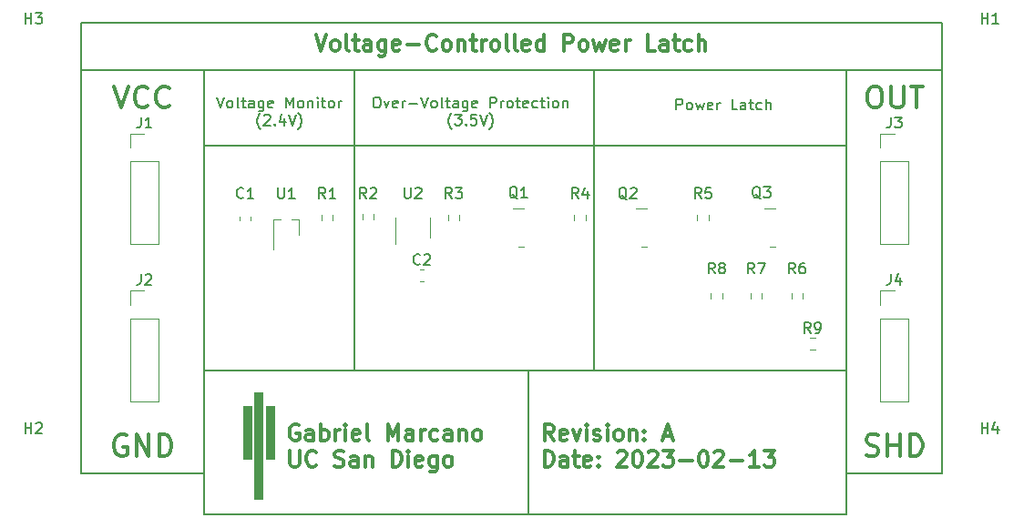
<source format=gbr>
%TF.GenerationSoftware,KiCad,Pcbnew,7.0.2*%
%TF.CreationDate,2023-06-12T21:50:36-07:00*%
%TF.ProjectId,latch,6c617463-682e-46b6-9963-61645f706362,A*%
%TF.SameCoordinates,Original*%
%TF.FileFunction,Legend,Top*%
%TF.FilePolarity,Positive*%
%FSLAX46Y46*%
G04 Gerber Fmt 4.6, Leading zero omitted, Abs format (unit mm)*
G04 Created by KiCad (PCBNEW 7.0.2) date 2023-06-12 21:50:36*
%MOMM*%
%LPD*%
G01*
G04 APERTURE LIST*
%ADD10C,0.200000*%
%ADD11C,0.300000*%
%ADD12C,0.150000*%
%ADD13C,0.120000*%
G04 APERTURE END LIST*
D10*
X122555000Y-112395000D02*
X182245000Y-112395000D01*
X182245000Y-125730000D01*
X122555000Y-125730000D01*
X122555000Y-112395000D01*
X122555000Y-84455000D02*
X182245000Y-84455000D01*
X182245000Y-91440000D01*
X122555000Y-91440000D01*
X122555000Y-84455000D01*
X122555000Y-91440000D02*
X136525000Y-91440000D01*
X136525000Y-112395000D01*
X122555000Y-112395000D01*
X122555000Y-91440000D01*
X182245000Y-84455000D02*
X191135000Y-84455000D01*
X191135000Y-121920000D01*
X182245000Y-121920000D01*
X182245000Y-84455000D01*
X111125000Y-84455000D02*
X122555000Y-84455000D01*
X122555000Y-121920000D01*
X111125000Y-121920000D01*
X111125000Y-84455000D01*
X136525000Y-91440000D02*
X158750000Y-91440000D01*
X158750000Y-112395000D01*
X136525000Y-112395000D01*
X136525000Y-91440000D01*
X111125000Y-80010000D02*
X191135000Y-80010000D01*
X191135000Y-84455000D01*
X111125000Y-84455000D01*
X111125000Y-80010000D01*
X152717500Y-125730000D02*
X152717500Y-112395000D01*
X136525000Y-84455000D02*
X158750000Y-84455000D01*
X158750000Y-91440000D01*
X136525000Y-91440000D01*
X136525000Y-84455000D01*
X158750000Y-91440000D02*
X182245000Y-91440000D01*
X182245000Y-112395000D01*
X158750000Y-112395000D01*
X158750000Y-91440000D01*
D11*
X115316190Y-118400476D02*
X115125714Y-118305238D01*
X115125714Y-118305238D02*
X114840000Y-118305238D01*
X114840000Y-118305238D02*
X114554285Y-118400476D01*
X114554285Y-118400476D02*
X114363809Y-118590952D01*
X114363809Y-118590952D02*
X114268571Y-118781428D01*
X114268571Y-118781428D02*
X114173333Y-119162380D01*
X114173333Y-119162380D02*
X114173333Y-119448095D01*
X114173333Y-119448095D02*
X114268571Y-119829047D01*
X114268571Y-119829047D02*
X114363809Y-120019523D01*
X114363809Y-120019523D02*
X114554285Y-120210000D01*
X114554285Y-120210000D02*
X114840000Y-120305238D01*
X114840000Y-120305238D02*
X115030476Y-120305238D01*
X115030476Y-120305238D02*
X115316190Y-120210000D01*
X115316190Y-120210000D02*
X115411428Y-120114761D01*
X115411428Y-120114761D02*
X115411428Y-119448095D01*
X115411428Y-119448095D02*
X115030476Y-119448095D01*
X116268571Y-120305238D02*
X116268571Y-118305238D01*
X116268571Y-118305238D02*
X117411428Y-120305238D01*
X117411428Y-120305238D02*
X117411428Y-118305238D01*
X118363809Y-120305238D02*
X118363809Y-118305238D01*
X118363809Y-118305238D02*
X118839999Y-118305238D01*
X118839999Y-118305238D02*
X119125714Y-118400476D01*
X119125714Y-118400476D02*
X119316190Y-118590952D01*
X119316190Y-118590952D02*
X119411428Y-118781428D01*
X119411428Y-118781428D02*
X119506666Y-119162380D01*
X119506666Y-119162380D02*
X119506666Y-119448095D01*
X119506666Y-119448095D02*
X119411428Y-119829047D01*
X119411428Y-119829047D02*
X119316190Y-120019523D01*
X119316190Y-120019523D02*
X119125714Y-120210000D01*
X119125714Y-120210000D02*
X118839999Y-120305238D01*
X118839999Y-120305238D02*
X118363809Y-120305238D01*
X132915715Y-81108928D02*
X133415715Y-82608928D01*
X133415715Y-82608928D02*
X133915715Y-81108928D01*
X134630000Y-82608928D02*
X134487143Y-82537500D01*
X134487143Y-82537500D02*
X134415714Y-82466071D01*
X134415714Y-82466071D02*
X134344286Y-82323214D01*
X134344286Y-82323214D02*
X134344286Y-81894642D01*
X134344286Y-81894642D02*
X134415714Y-81751785D01*
X134415714Y-81751785D02*
X134487143Y-81680357D01*
X134487143Y-81680357D02*
X134630000Y-81608928D01*
X134630000Y-81608928D02*
X134844286Y-81608928D01*
X134844286Y-81608928D02*
X134987143Y-81680357D01*
X134987143Y-81680357D02*
X135058572Y-81751785D01*
X135058572Y-81751785D02*
X135130000Y-81894642D01*
X135130000Y-81894642D02*
X135130000Y-82323214D01*
X135130000Y-82323214D02*
X135058572Y-82466071D01*
X135058572Y-82466071D02*
X134987143Y-82537500D01*
X134987143Y-82537500D02*
X134844286Y-82608928D01*
X134844286Y-82608928D02*
X134630000Y-82608928D01*
X135987143Y-82608928D02*
X135844286Y-82537500D01*
X135844286Y-82537500D02*
X135772857Y-82394642D01*
X135772857Y-82394642D02*
X135772857Y-81108928D01*
X136344286Y-81608928D02*
X136915714Y-81608928D01*
X136558571Y-81108928D02*
X136558571Y-82394642D01*
X136558571Y-82394642D02*
X136630000Y-82537500D01*
X136630000Y-82537500D02*
X136772857Y-82608928D01*
X136772857Y-82608928D02*
X136915714Y-82608928D01*
X138058572Y-82608928D02*
X138058572Y-81823214D01*
X138058572Y-81823214D02*
X137987143Y-81680357D01*
X137987143Y-81680357D02*
X137844286Y-81608928D01*
X137844286Y-81608928D02*
X137558572Y-81608928D01*
X137558572Y-81608928D02*
X137415714Y-81680357D01*
X138058572Y-82537500D02*
X137915714Y-82608928D01*
X137915714Y-82608928D02*
X137558572Y-82608928D01*
X137558572Y-82608928D02*
X137415714Y-82537500D01*
X137415714Y-82537500D02*
X137344286Y-82394642D01*
X137344286Y-82394642D02*
X137344286Y-82251785D01*
X137344286Y-82251785D02*
X137415714Y-82108928D01*
X137415714Y-82108928D02*
X137558572Y-82037500D01*
X137558572Y-82037500D02*
X137915714Y-82037500D01*
X137915714Y-82037500D02*
X138058572Y-81966071D01*
X139415715Y-81608928D02*
X139415715Y-82823214D01*
X139415715Y-82823214D02*
X139344286Y-82966071D01*
X139344286Y-82966071D02*
X139272857Y-83037500D01*
X139272857Y-83037500D02*
X139130000Y-83108928D01*
X139130000Y-83108928D02*
X138915715Y-83108928D01*
X138915715Y-83108928D02*
X138772857Y-83037500D01*
X139415715Y-82537500D02*
X139272857Y-82608928D01*
X139272857Y-82608928D02*
X138987143Y-82608928D01*
X138987143Y-82608928D02*
X138844286Y-82537500D01*
X138844286Y-82537500D02*
X138772857Y-82466071D01*
X138772857Y-82466071D02*
X138701429Y-82323214D01*
X138701429Y-82323214D02*
X138701429Y-81894642D01*
X138701429Y-81894642D02*
X138772857Y-81751785D01*
X138772857Y-81751785D02*
X138844286Y-81680357D01*
X138844286Y-81680357D02*
X138987143Y-81608928D01*
X138987143Y-81608928D02*
X139272857Y-81608928D01*
X139272857Y-81608928D02*
X139415715Y-81680357D01*
X140701429Y-82537500D02*
X140558572Y-82608928D01*
X140558572Y-82608928D02*
X140272858Y-82608928D01*
X140272858Y-82608928D02*
X140130000Y-82537500D01*
X140130000Y-82537500D02*
X140058572Y-82394642D01*
X140058572Y-82394642D02*
X140058572Y-81823214D01*
X140058572Y-81823214D02*
X140130000Y-81680357D01*
X140130000Y-81680357D02*
X140272858Y-81608928D01*
X140272858Y-81608928D02*
X140558572Y-81608928D01*
X140558572Y-81608928D02*
X140701429Y-81680357D01*
X140701429Y-81680357D02*
X140772858Y-81823214D01*
X140772858Y-81823214D02*
X140772858Y-81966071D01*
X140772858Y-81966071D02*
X140058572Y-82108928D01*
X141415714Y-82037500D02*
X142558572Y-82037500D01*
X144130000Y-82466071D02*
X144058572Y-82537500D01*
X144058572Y-82537500D02*
X143844286Y-82608928D01*
X143844286Y-82608928D02*
X143701429Y-82608928D01*
X143701429Y-82608928D02*
X143487143Y-82537500D01*
X143487143Y-82537500D02*
X143344286Y-82394642D01*
X143344286Y-82394642D02*
X143272857Y-82251785D01*
X143272857Y-82251785D02*
X143201429Y-81966071D01*
X143201429Y-81966071D02*
X143201429Y-81751785D01*
X143201429Y-81751785D02*
X143272857Y-81466071D01*
X143272857Y-81466071D02*
X143344286Y-81323214D01*
X143344286Y-81323214D02*
X143487143Y-81180357D01*
X143487143Y-81180357D02*
X143701429Y-81108928D01*
X143701429Y-81108928D02*
X143844286Y-81108928D01*
X143844286Y-81108928D02*
X144058572Y-81180357D01*
X144058572Y-81180357D02*
X144130000Y-81251785D01*
X144987143Y-82608928D02*
X144844286Y-82537500D01*
X144844286Y-82537500D02*
X144772857Y-82466071D01*
X144772857Y-82466071D02*
X144701429Y-82323214D01*
X144701429Y-82323214D02*
X144701429Y-81894642D01*
X144701429Y-81894642D02*
X144772857Y-81751785D01*
X144772857Y-81751785D02*
X144844286Y-81680357D01*
X144844286Y-81680357D02*
X144987143Y-81608928D01*
X144987143Y-81608928D02*
X145201429Y-81608928D01*
X145201429Y-81608928D02*
X145344286Y-81680357D01*
X145344286Y-81680357D02*
X145415715Y-81751785D01*
X145415715Y-81751785D02*
X145487143Y-81894642D01*
X145487143Y-81894642D02*
X145487143Y-82323214D01*
X145487143Y-82323214D02*
X145415715Y-82466071D01*
X145415715Y-82466071D02*
X145344286Y-82537500D01*
X145344286Y-82537500D02*
X145201429Y-82608928D01*
X145201429Y-82608928D02*
X144987143Y-82608928D01*
X146130000Y-81608928D02*
X146130000Y-82608928D01*
X146130000Y-81751785D02*
X146201429Y-81680357D01*
X146201429Y-81680357D02*
X146344286Y-81608928D01*
X146344286Y-81608928D02*
X146558572Y-81608928D01*
X146558572Y-81608928D02*
X146701429Y-81680357D01*
X146701429Y-81680357D02*
X146772858Y-81823214D01*
X146772858Y-81823214D02*
X146772858Y-82608928D01*
X147272858Y-81608928D02*
X147844286Y-81608928D01*
X147487143Y-81108928D02*
X147487143Y-82394642D01*
X147487143Y-82394642D02*
X147558572Y-82537500D01*
X147558572Y-82537500D02*
X147701429Y-82608928D01*
X147701429Y-82608928D02*
X147844286Y-82608928D01*
X148344286Y-82608928D02*
X148344286Y-81608928D01*
X148344286Y-81894642D02*
X148415715Y-81751785D01*
X148415715Y-81751785D02*
X148487144Y-81680357D01*
X148487144Y-81680357D02*
X148630001Y-81608928D01*
X148630001Y-81608928D02*
X148772858Y-81608928D01*
X149487143Y-82608928D02*
X149344286Y-82537500D01*
X149344286Y-82537500D02*
X149272857Y-82466071D01*
X149272857Y-82466071D02*
X149201429Y-82323214D01*
X149201429Y-82323214D02*
X149201429Y-81894642D01*
X149201429Y-81894642D02*
X149272857Y-81751785D01*
X149272857Y-81751785D02*
X149344286Y-81680357D01*
X149344286Y-81680357D02*
X149487143Y-81608928D01*
X149487143Y-81608928D02*
X149701429Y-81608928D01*
X149701429Y-81608928D02*
X149844286Y-81680357D01*
X149844286Y-81680357D02*
X149915715Y-81751785D01*
X149915715Y-81751785D02*
X149987143Y-81894642D01*
X149987143Y-81894642D02*
X149987143Y-82323214D01*
X149987143Y-82323214D02*
X149915715Y-82466071D01*
X149915715Y-82466071D02*
X149844286Y-82537500D01*
X149844286Y-82537500D02*
X149701429Y-82608928D01*
X149701429Y-82608928D02*
X149487143Y-82608928D01*
X150844286Y-82608928D02*
X150701429Y-82537500D01*
X150701429Y-82537500D02*
X150630000Y-82394642D01*
X150630000Y-82394642D02*
X150630000Y-81108928D01*
X151630000Y-82608928D02*
X151487143Y-82537500D01*
X151487143Y-82537500D02*
X151415714Y-82394642D01*
X151415714Y-82394642D02*
X151415714Y-81108928D01*
X152772857Y-82537500D02*
X152630000Y-82608928D01*
X152630000Y-82608928D02*
X152344286Y-82608928D01*
X152344286Y-82608928D02*
X152201428Y-82537500D01*
X152201428Y-82537500D02*
X152130000Y-82394642D01*
X152130000Y-82394642D02*
X152130000Y-81823214D01*
X152130000Y-81823214D02*
X152201428Y-81680357D01*
X152201428Y-81680357D02*
X152344286Y-81608928D01*
X152344286Y-81608928D02*
X152630000Y-81608928D01*
X152630000Y-81608928D02*
X152772857Y-81680357D01*
X152772857Y-81680357D02*
X152844286Y-81823214D01*
X152844286Y-81823214D02*
X152844286Y-81966071D01*
X152844286Y-81966071D02*
X152130000Y-82108928D01*
X154130000Y-82608928D02*
X154130000Y-81108928D01*
X154130000Y-82537500D02*
X153987142Y-82608928D01*
X153987142Y-82608928D02*
X153701428Y-82608928D01*
X153701428Y-82608928D02*
X153558571Y-82537500D01*
X153558571Y-82537500D02*
X153487142Y-82466071D01*
X153487142Y-82466071D02*
X153415714Y-82323214D01*
X153415714Y-82323214D02*
X153415714Y-81894642D01*
X153415714Y-81894642D02*
X153487142Y-81751785D01*
X153487142Y-81751785D02*
X153558571Y-81680357D01*
X153558571Y-81680357D02*
X153701428Y-81608928D01*
X153701428Y-81608928D02*
X153987142Y-81608928D01*
X153987142Y-81608928D02*
X154130000Y-81680357D01*
X155987142Y-82608928D02*
X155987142Y-81108928D01*
X155987142Y-81108928D02*
X156558571Y-81108928D01*
X156558571Y-81108928D02*
X156701428Y-81180357D01*
X156701428Y-81180357D02*
X156772857Y-81251785D01*
X156772857Y-81251785D02*
X156844285Y-81394642D01*
X156844285Y-81394642D02*
X156844285Y-81608928D01*
X156844285Y-81608928D02*
X156772857Y-81751785D01*
X156772857Y-81751785D02*
X156701428Y-81823214D01*
X156701428Y-81823214D02*
X156558571Y-81894642D01*
X156558571Y-81894642D02*
X155987142Y-81894642D01*
X157701428Y-82608928D02*
X157558571Y-82537500D01*
X157558571Y-82537500D02*
X157487142Y-82466071D01*
X157487142Y-82466071D02*
X157415714Y-82323214D01*
X157415714Y-82323214D02*
X157415714Y-81894642D01*
X157415714Y-81894642D02*
X157487142Y-81751785D01*
X157487142Y-81751785D02*
X157558571Y-81680357D01*
X157558571Y-81680357D02*
X157701428Y-81608928D01*
X157701428Y-81608928D02*
X157915714Y-81608928D01*
X157915714Y-81608928D02*
X158058571Y-81680357D01*
X158058571Y-81680357D02*
X158130000Y-81751785D01*
X158130000Y-81751785D02*
X158201428Y-81894642D01*
X158201428Y-81894642D02*
X158201428Y-82323214D01*
X158201428Y-82323214D02*
X158130000Y-82466071D01*
X158130000Y-82466071D02*
X158058571Y-82537500D01*
X158058571Y-82537500D02*
X157915714Y-82608928D01*
X157915714Y-82608928D02*
X157701428Y-82608928D01*
X158701428Y-81608928D02*
X158987143Y-82608928D01*
X158987143Y-82608928D02*
X159272857Y-81894642D01*
X159272857Y-81894642D02*
X159558571Y-82608928D01*
X159558571Y-82608928D02*
X159844285Y-81608928D01*
X160987143Y-82537500D02*
X160844286Y-82608928D01*
X160844286Y-82608928D02*
X160558572Y-82608928D01*
X160558572Y-82608928D02*
X160415714Y-82537500D01*
X160415714Y-82537500D02*
X160344286Y-82394642D01*
X160344286Y-82394642D02*
X160344286Y-81823214D01*
X160344286Y-81823214D02*
X160415714Y-81680357D01*
X160415714Y-81680357D02*
X160558572Y-81608928D01*
X160558572Y-81608928D02*
X160844286Y-81608928D01*
X160844286Y-81608928D02*
X160987143Y-81680357D01*
X160987143Y-81680357D02*
X161058572Y-81823214D01*
X161058572Y-81823214D02*
X161058572Y-81966071D01*
X161058572Y-81966071D02*
X160344286Y-82108928D01*
X161701428Y-82608928D02*
X161701428Y-81608928D01*
X161701428Y-81894642D02*
X161772857Y-81751785D01*
X161772857Y-81751785D02*
X161844286Y-81680357D01*
X161844286Y-81680357D02*
X161987143Y-81608928D01*
X161987143Y-81608928D02*
X162130000Y-81608928D01*
X164487142Y-82608928D02*
X163772856Y-82608928D01*
X163772856Y-82608928D02*
X163772856Y-81108928D01*
X165630000Y-82608928D02*
X165630000Y-81823214D01*
X165630000Y-81823214D02*
X165558571Y-81680357D01*
X165558571Y-81680357D02*
X165415714Y-81608928D01*
X165415714Y-81608928D02*
X165130000Y-81608928D01*
X165130000Y-81608928D02*
X164987142Y-81680357D01*
X165630000Y-82537500D02*
X165487142Y-82608928D01*
X165487142Y-82608928D02*
X165130000Y-82608928D01*
X165130000Y-82608928D02*
X164987142Y-82537500D01*
X164987142Y-82537500D02*
X164915714Y-82394642D01*
X164915714Y-82394642D02*
X164915714Y-82251785D01*
X164915714Y-82251785D02*
X164987142Y-82108928D01*
X164987142Y-82108928D02*
X165130000Y-82037500D01*
X165130000Y-82037500D02*
X165487142Y-82037500D01*
X165487142Y-82037500D02*
X165630000Y-81966071D01*
X166130000Y-81608928D02*
X166701428Y-81608928D01*
X166344285Y-81108928D02*
X166344285Y-82394642D01*
X166344285Y-82394642D02*
X166415714Y-82537500D01*
X166415714Y-82537500D02*
X166558571Y-82608928D01*
X166558571Y-82608928D02*
X166701428Y-82608928D01*
X167844286Y-82537500D02*
X167701428Y-82608928D01*
X167701428Y-82608928D02*
X167415714Y-82608928D01*
X167415714Y-82608928D02*
X167272857Y-82537500D01*
X167272857Y-82537500D02*
X167201428Y-82466071D01*
X167201428Y-82466071D02*
X167130000Y-82323214D01*
X167130000Y-82323214D02*
X167130000Y-81894642D01*
X167130000Y-81894642D02*
X167201428Y-81751785D01*
X167201428Y-81751785D02*
X167272857Y-81680357D01*
X167272857Y-81680357D02*
X167415714Y-81608928D01*
X167415714Y-81608928D02*
X167701428Y-81608928D01*
X167701428Y-81608928D02*
X167844286Y-81680357D01*
X168487142Y-82608928D02*
X168487142Y-81108928D01*
X169130000Y-82608928D02*
X169130000Y-81823214D01*
X169130000Y-81823214D02*
X169058571Y-81680357D01*
X169058571Y-81680357D02*
X168915714Y-81608928D01*
X168915714Y-81608928D02*
X168701428Y-81608928D01*
X168701428Y-81608928D02*
X168558571Y-81680357D01*
X168558571Y-81680357D02*
X168487142Y-81751785D01*
D12*
X123730475Y-86917619D02*
X124063808Y-87917619D01*
X124063808Y-87917619D02*
X124397141Y-86917619D01*
X124873332Y-87917619D02*
X124778094Y-87870000D01*
X124778094Y-87870000D02*
X124730475Y-87822380D01*
X124730475Y-87822380D02*
X124682856Y-87727142D01*
X124682856Y-87727142D02*
X124682856Y-87441428D01*
X124682856Y-87441428D02*
X124730475Y-87346190D01*
X124730475Y-87346190D02*
X124778094Y-87298571D01*
X124778094Y-87298571D02*
X124873332Y-87250952D01*
X124873332Y-87250952D02*
X125016189Y-87250952D01*
X125016189Y-87250952D02*
X125111427Y-87298571D01*
X125111427Y-87298571D02*
X125159046Y-87346190D01*
X125159046Y-87346190D02*
X125206665Y-87441428D01*
X125206665Y-87441428D02*
X125206665Y-87727142D01*
X125206665Y-87727142D02*
X125159046Y-87822380D01*
X125159046Y-87822380D02*
X125111427Y-87870000D01*
X125111427Y-87870000D02*
X125016189Y-87917619D01*
X125016189Y-87917619D02*
X124873332Y-87917619D01*
X125778094Y-87917619D02*
X125682856Y-87870000D01*
X125682856Y-87870000D02*
X125635237Y-87774761D01*
X125635237Y-87774761D02*
X125635237Y-86917619D01*
X126016190Y-87250952D02*
X126397142Y-87250952D01*
X126159047Y-86917619D02*
X126159047Y-87774761D01*
X126159047Y-87774761D02*
X126206666Y-87870000D01*
X126206666Y-87870000D02*
X126301904Y-87917619D01*
X126301904Y-87917619D02*
X126397142Y-87917619D01*
X127159047Y-87917619D02*
X127159047Y-87393809D01*
X127159047Y-87393809D02*
X127111428Y-87298571D01*
X127111428Y-87298571D02*
X127016190Y-87250952D01*
X127016190Y-87250952D02*
X126825714Y-87250952D01*
X126825714Y-87250952D02*
X126730476Y-87298571D01*
X127159047Y-87870000D02*
X127063809Y-87917619D01*
X127063809Y-87917619D02*
X126825714Y-87917619D01*
X126825714Y-87917619D02*
X126730476Y-87870000D01*
X126730476Y-87870000D02*
X126682857Y-87774761D01*
X126682857Y-87774761D02*
X126682857Y-87679523D01*
X126682857Y-87679523D02*
X126730476Y-87584285D01*
X126730476Y-87584285D02*
X126825714Y-87536666D01*
X126825714Y-87536666D02*
X127063809Y-87536666D01*
X127063809Y-87536666D02*
X127159047Y-87489047D01*
X128063809Y-87250952D02*
X128063809Y-88060476D01*
X128063809Y-88060476D02*
X128016190Y-88155714D01*
X128016190Y-88155714D02*
X127968571Y-88203333D01*
X127968571Y-88203333D02*
X127873333Y-88250952D01*
X127873333Y-88250952D02*
X127730476Y-88250952D01*
X127730476Y-88250952D02*
X127635238Y-88203333D01*
X128063809Y-87870000D02*
X127968571Y-87917619D01*
X127968571Y-87917619D02*
X127778095Y-87917619D01*
X127778095Y-87917619D02*
X127682857Y-87870000D01*
X127682857Y-87870000D02*
X127635238Y-87822380D01*
X127635238Y-87822380D02*
X127587619Y-87727142D01*
X127587619Y-87727142D02*
X127587619Y-87441428D01*
X127587619Y-87441428D02*
X127635238Y-87346190D01*
X127635238Y-87346190D02*
X127682857Y-87298571D01*
X127682857Y-87298571D02*
X127778095Y-87250952D01*
X127778095Y-87250952D02*
X127968571Y-87250952D01*
X127968571Y-87250952D02*
X128063809Y-87298571D01*
X128920952Y-87870000D02*
X128825714Y-87917619D01*
X128825714Y-87917619D02*
X128635238Y-87917619D01*
X128635238Y-87917619D02*
X128540000Y-87870000D01*
X128540000Y-87870000D02*
X128492381Y-87774761D01*
X128492381Y-87774761D02*
X128492381Y-87393809D01*
X128492381Y-87393809D02*
X128540000Y-87298571D01*
X128540000Y-87298571D02*
X128635238Y-87250952D01*
X128635238Y-87250952D02*
X128825714Y-87250952D01*
X128825714Y-87250952D02*
X128920952Y-87298571D01*
X128920952Y-87298571D02*
X128968571Y-87393809D01*
X128968571Y-87393809D02*
X128968571Y-87489047D01*
X128968571Y-87489047D02*
X128492381Y-87584285D01*
X130159048Y-87917619D02*
X130159048Y-86917619D01*
X130159048Y-86917619D02*
X130492381Y-87631904D01*
X130492381Y-87631904D02*
X130825714Y-86917619D01*
X130825714Y-86917619D02*
X130825714Y-87917619D01*
X131444762Y-87917619D02*
X131349524Y-87870000D01*
X131349524Y-87870000D02*
X131301905Y-87822380D01*
X131301905Y-87822380D02*
X131254286Y-87727142D01*
X131254286Y-87727142D02*
X131254286Y-87441428D01*
X131254286Y-87441428D02*
X131301905Y-87346190D01*
X131301905Y-87346190D02*
X131349524Y-87298571D01*
X131349524Y-87298571D02*
X131444762Y-87250952D01*
X131444762Y-87250952D02*
X131587619Y-87250952D01*
X131587619Y-87250952D02*
X131682857Y-87298571D01*
X131682857Y-87298571D02*
X131730476Y-87346190D01*
X131730476Y-87346190D02*
X131778095Y-87441428D01*
X131778095Y-87441428D02*
X131778095Y-87727142D01*
X131778095Y-87727142D02*
X131730476Y-87822380D01*
X131730476Y-87822380D02*
X131682857Y-87870000D01*
X131682857Y-87870000D02*
X131587619Y-87917619D01*
X131587619Y-87917619D02*
X131444762Y-87917619D01*
X132206667Y-87250952D02*
X132206667Y-87917619D01*
X132206667Y-87346190D02*
X132254286Y-87298571D01*
X132254286Y-87298571D02*
X132349524Y-87250952D01*
X132349524Y-87250952D02*
X132492381Y-87250952D01*
X132492381Y-87250952D02*
X132587619Y-87298571D01*
X132587619Y-87298571D02*
X132635238Y-87393809D01*
X132635238Y-87393809D02*
X132635238Y-87917619D01*
X133111429Y-87917619D02*
X133111429Y-87250952D01*
X133111429Y-86917619D02*
X133063810Y-86965238D01*
X133063810Y-86965238D02*
X133111429Y-87012857D01*
X133111429Y-87012857D02*
X133159048Y-86965238D01*
X133159048Y-86965238D02*
X133111429Y-86917619D01*
X133111429Y-86917619D02*
X133111429Y-87012857D01*
X133444762Y-87250952D02*
X133825714Y-87250952D01*
X133587619Y-86917619D02*
X133587619Y-87774761D01*
X133587619Y-87774761D02*
X133635238Y-87870000D01*
X133635238Y-87870000D02*
X133730476Y-87917619D01*
X133730476Y-87917619D02*
X133825714Y-87917619D01*
X134301905Y-87917619D02*
X134206667Y-87870000D01*
X134206667Y-87870000D02*
X134159048Y-87822380D01*
X134159048Y-87822380D02*
X134111429Y-87727142D01*
X134111429Y-87727142D02*
X134111429Y-87441428D01*
X134111429Y-87441428D02*
X134159048Y-87346190D01*
X134159048Y-87346190D02*
X134206667Y-87298571D01*
X134206667Y-87298571D02*
X134301905Y-87250952D01*
X134301905Y-87250952D02*
X134444762Y-87250952D01*
X134444762Y-87250952D02*
X134540000Y-87298571D01*
X134540000Y-87298571D02*
X134587619Y-87346190D01*
X134587619Y-87346190D02*
X134635238Y-87441428D01*
X134635238Y-87441428D02*
X134635238Y-87727142D01*
X134635238Y-87727142D02*
X134587619Y-87822380D01*
X134587619Y-87822380D02*
X134540000Y-87870000D01*
X134540000Y-87870000D02*
X134444762Y-87917619D01*
X134444762Y-87917619D02*
X134301905Y-87917619D01*
X135063810Y-87917619D02*
X135063810Y-87250952D01*
X135063810Y-87441428D02*
X135111429Y-87346190D01*
X135111429Y-87346190D02*
X135159048Y-87298571D01*
X135159048Y-87298571D02*
X135254286Y-87250952D01*
X135254286Y-87250952D02*
X135349524Y-87250952D01*
X127778095Y-89918571D02*
X127730476Y-89870952D01*
X127730476Y-89870952D02*
X127635238Y-89728095D01*
X127635238Y-89728095D02*
X127587619Y-89632857D01*
X127587619Y-89632857D02*
X127540000Y-89490000D01*
X127540000Y-89490000D02*
X127492381Y-89251904D01*
X127492381Y-89251904D02*
X127492381Y-89061428D01*
X127492381Y-89061428D02*
X127540000Y-88823333D01*
X127540000Y-88823333D02*
X127587619Y-88680476D01*
X127587619Y-88680476D02*
X127635238Y-88585238D01*
X127635238Y-88585238D02*
X127730476Y-88442380D01*
X127730476Y-88442380D02*
X127778095Y-88394761D01*
X128111429Y-88632857D02*
X128159048Y-88585238D01*
X128159048Y-88585238D02*
X128254286Y-88537619D01*
X128254286Y-88537619D02*
X128492381Y-88537619D01*
X128492381Y-88537619D02*
X128587619Y-88585238D01*
X128587619Y-88585238D02*
X128635238Y-88632857D01*
X128635238Y-88632857D02*
X128682857Y-88728095D01*
X128682857Y-88728095D02*
X128682857Y-88823333D01*
X128682857Y-88823333D02*
X128635238Y-88966190D01*
X128635238Y-88966190D02*
X128063810Y-89537619D01*
X128063810Y-89537619D02*
X128682857Y-89537619D01*
X129111429Y-89442380D02*
X129159048Y-89490000D01*
X129159048Y-89490000D02*
X129111429Y-89537619D01*
X129111429Y-89537619D02*
X129063810Y-89490000D01*
X129063810Y-89490000D02*
X129111429Y-89442380D01*
X129111429Y-89442380D02*
X129111429Y-89537619D01*
X130016190Y-88870952D02*
X130016190Y-89537619D01*
X129778095Y-88490000D02*
X129540000Y-89204285D01*
X129540000Y-89204285D02*
X130159047Y-89204285D01*
X130397143Y-88537619D02*
X130730476Y-89537619D01*
X130730476Y-89537619D02*
X131063809Y-88537619D01*
X131301905Y-89918571D02*
X131349524Y-89870952D01*
X131349524Y-89870952D02*
X131444762Y-89728095D01*
X131444762Y-89728095D02*
X131492381Y-89632857D01*
X131492381Y-89632857D02*
X131540000Y-89490000D01*
X131540000Y-89490000D02*
X131587619Y-89251904D01*
X131587619Y-89251904D02*
X131587619Y-89061428D01*
X131587619Y-89061428D02*
X131540000Y-88823333D01*
X131540000Y-88823333D02*
X131492381Y-88680476D01*
X131492381Y-88680476D02*
X131444762Y-88585238D01*
X131444762Y-88585238D02*
X131349524Y-88442380D01*
X131349524Y-88442380D02*
X131301905Y-88394761D01*
D11*
X184070952Y-120210000D02*
X184356666Y-120305238D01*
X184356666Y-120305238D02*
X184832857Y-120305238D01*
X184832857Y-120305238D02*
X185023333Y-120210000D01*
X185023333Y-120210000D02*
X185118571Y-120114761D01*
X185118571Y-120114761D02*
X185213809Y-119924285D01*
X185213809Y-119924285D02*
X185213809Y-119733809D01*
X185213809Y-119733809D02*
X185118571Y-119543333D01*
X185118571Y-119543333D02*
X185023333Y-119448095D01*
X185023333Y-119448095D02*
X184832857Y-119352857D01*
X184832857Y-119352857D02*
X184451904Y-119257619D01*
X184451904Y-119257619D02*
X184261428Y-119162380D01*
X184261428Y-119162380D02*
X184166190Y-119067142D01*
X184166190Y-119067142D02*
X184070952Y-118876666D01*
X184070952Y-118876666D02*
X184070952Y-118686190D01*
X184070952Y-118686190D02*
X184166190Y-118495714D01*
X184166190Y-118495714D02*
X184261428Y-118400476D01*
X184261428Y-118400476D02*
X184451904Y-118305238D01*
X184451904Y-118305238D02*
X184928095Y-118305238D01*
X184928095Y-118305238D02*
X185213809Y-118400476D01*
X186070952Y-120305238D02*
X186070952Y-118305238D01*
X186070952Y-119257619D02*
X187213809Y-119257619D01*
X187213809Y-120305238D02*
X187213809Y-118305238D01*
X188166190Y-120305238D02*
X188166190Y-118305238D01*
X188166190Y-118305238D02*
X188642380Y-118305238D01*
X188642380Y-118305238D02*
X188928095Y-118400476D01*
X188928095Y-118400476D02*
X189118571Y-118590952D01*
X189118571Y-118590952D02*
X189213809Y-118781428D01*
X189213809Y-118781428D02*
X189309047Y-119162380D01*
X189309047Y-119162380D02*
X189309047Y-119448095D01*
X189309047Y-119448095D02*
X189213809Y-119829047D01*
X189213809Y-119829047D02*
X189118571Y-120019523D01*
X189118571Y-120019523D02*
X188928095Y-120210000D01*
X188928095Y-120210000D02*
X188642380Y-120305238D01*
X188642380Y-120305238D02*
X188166190Y-120305238D01*
X184689999Y-85920238D02*
X185070952Y-85920238D01*
X185070952Y-85920238D02*
X185261428Y-86015476D01*
X185261428Y-86015476D02*
X185451904Y-86205952D01*
X185451904Y-86205952D02*
X185547142Y-86586904D01*
X185547142Y-86586904D02*
X185547142Y-87253571D01*
X185547142Y-87253571D02*
X185451904Y-87634523D01*
X185451904Y-87634523D02*
X185261428Y-87825000D01*
X185261428Y-87825000D02*
X185070952Y-87920238D01*
X185070952Y-87920238D02*
X184689999Y-87920238D01*
X184689999Y-87920238D02*
X184499523Y-87825000D01*
X184499523Y-87825000D02*
X184309047Y-87634523D01*
X184309047Y-87634523D02*
X184213809Y-87253571D01*
X184213809Y-87253571D02*
X184213809Y-86586904D01*
X184213809Y-86586904D02*
X184309047Y-86205952D01*
X184309047Y-86205952D02*
X184499523Y-86015476D01*
X184499523Y-86015476D02*
X184689999Y-85920238D01*
X186404285Y-85920238D02*
X186404285Y-87539285D01*
X186404285Y-87539285D02*
X186499523Y-87729761D01*
X186499523Y-87729761D02*
X186594761Y-87825000D01*
X186594761Y-87825000D02*
X186785237Y-87920238D01*
X186785237Y-87920238D02*
X187166190Y-87920238D01*
X187166190Y-87920238D02*
X187356666Y-87825000D01*
X187356666Y-87825000D02*
X187451904Y-87729761D01*
X187451904Y-87729761D02*
X187547142Y-87539285D01*
X187547142Y-87539285D02*
X187547142Y-85920238D01*
X188213809Y-85920238D02*
X189356666Y-85920238D01*
X188785237Y-87920238D02*
X188785237Y-85920238D01*
X131317857Y-117430357D02*
X131175000Y-117358928D01*
X131175000Y-117358928D02*
X130960714Y-117358928D01*
X130960714Y-117358928D02*
X130746428Y-117430357D01*
X130746428Y-117430357D02*
X130603571Y-117573214D01*
X130603571Y-117573214D02*
X130532142Y-117716071D01*
X130532142Y-117716071D02*
X130460714Y-118001785D01*
X130460714Y-118001785D02*
X130460714Y-118216071D01*
X130460714Y-118216071D02*
X130532142Y-118501785D01*
X130532142Y-118501785D02*
X130603571Y-118644642D01*
X130603571Y-118644642D02*
X130746428Y-118787500D01*
X130746428Y-118787500D02*
X130960714Y-118858928D01*
X130960714Y-118858928D02*
X131103571Y-118858928D01*
X131103571Y-118858928D02*
X131317857Y-118787500D01*
X131317857Y-118787500D02*
X131389285Y-118716071D01*
X131389285Y-118716071D02*
X131389285Y-118216071D01*
X131389285Y-118216071D02*
X131103571Y-118216071D01*
X132675000Y-118858928D02*
X132675000Y-118073214D01*
X132675000Y-118073214D02*
X132603571Y-117930357D01*
X132603571Y-117930357D02*
X132460714Y-117858928D01*
X132460714Y-117858928D02*
X132175000Y-117858928D01*
X132175000Y-117858928D02*
X132032142Y-117930357D01*
X132675000Y-118787500D02*
X132532142Y-118858928D01*
X132532142Y-118858928D02*
X132175000Y-118858928D01*
X132175000Y-118858928D02*
X132032142Y-118787500D01*
X132032142Y-118787500D02*
X131960714Y-118644642D01*
X131960714Y-118644642D02*
X131960714Y-118501785D01*
X131960714Y-118501785D02*
X132032142Y-118358928D01*
X132032142Y-118358928D02*
X132175000Y-118287500D01*
X132175000Y-118287500D02*
X132532142Y-118287500D01*
X132532142Y-118287500D02*
X132675000Y-118216071D01*
X133389285Y-118858928D02*
X133389285Y-117358928D01*
X133389285Y-117930357D02*
X133532143Y-117858928D01*
X133532143Y-117858928D02*
X133817857Y-117858928D01*
X133817857Y-117858928D02*
X133960714Y-117930357D01*
X133960714Y-117930357D02*
X134032143Y-118001785D01*
X134032143Y-118001785D02*
X134103571Y-118144642D01*
X134103571Y-118144642D02*
X134103571Y-118573214D01*
X134103571Y-118573214D02*
X134032143Y-118716071D01*
X134032143Y-118716071D02*
X133960714Y-118787500D01*
X133960714Y-118787500D02*
X133817857Y-118858928D01*
X133817857Y-118858928D02*
X133532143Y-118858928D01*
X133532143Y-118858928D02*
X133389285Y-118787500D01*
X134746428Y-118858928D02*
X134746428Y-117858928D01*
X134746428Y-118144642D02*
X134817857Y-118001785D01*
X134817857Y-118001785D02*
X134889286Y-117930357D01*
X134889286Y-117930357D02*
X135032143Y-117858928D01*
X135032143Y-117858928D02*
X135175000Y-117858928D01*
X135674999Y-118858928D02*
X135674999Y-117858928D01*
X135674999Y-117358928D02*
X135603571Y-117430357D01*
X135603571Y-117430357D02*
X135674999Y-117501785D01*
X135674999Y-117501785D02*
X135746428Y-117430357D01*
X135746428Y-117430357D02*
X135674999Y-117358928D01*
X135674999Y-117358928D02*
X135674999Y-117501785D01*
X136960714Y-118787500D02*
X136817857Y-118858928D01*
X136817857Y-118858928D02*
X136532143Y-118858928D01*
X136532143Y-118858928D02*
X136389285Y-118787500D01*
X136389285Y-118787500D02*
X136317857Y-118644642D01*
X136317857Y-118644642D02*
X136317857Y-118073214D01*
X136317857Y-118073214D02*
X136389285Y-117930357D01*
X136389285Y-117930357D02*
X136532143Y-117858928D01*
X136532143Y-117858928D02*
X136817857Y-117858928D01*
X136817857Y-117858928D02*
X136960714Y-117930357D01*
X136960714Y-117930357D02*
X137032143Y-118073214D01*
X137032143Y-118073214D02*
X137032143Y-118216071D01*
X137032143Y-118216071D02*
X136317857Y-118358928D01*
X137889285Y-118858928D02*
X137746428Y-118787500D01*
X137746428Y-118787500D02*
X137674999Y-118644642D01*
X137674999Y-118644642D02*
X137674999Y-117358928D01*
X139603570Y-118858928D02*
X139603570Y-117358928D01*
X139603570Y-117358928D02*
X140103570Y-118430357D01*
X140103570Y-118430357D02*
X140603570Y-117358928D01*
X140603570Y-117358928D02*
X140603570Y-118858928D01*
X141960714Y-118858928D02*
X141960714Y-118073214D01*
X141960714Y-118073214D02*
X141889285Y-117930357D01*
X141889285Y-117930357D02*
X141746428Y-117858928D01*
X141746428Y-117858928D02*
X141460714Y-117858928D01*
X141460714Y-117858928D02*
X141317856Y-117930357D01*
X141960714Y-118787500D02*
X141817856Y-118858928D01*
X141817856Y-118858928D02*
X141460714Y-118858928D01*
X141460714Y-118858928D02*
X141317856Y-118787500D01*
X141317856Y-118787500D02*
X141246428Y-118644642D01*
X141246428Y-118644642D02*
X141246428Y-118501785D01*
X141246428Y-118501785D02*
X141317856Y-118358928D01*
X141317856Y-118358928D02*
X141460714Y-118287500D01*
X141460714Y-118287500D02*
X141817856Y-118287500D01*
X141817856Y-118287500D02*
X141960714Y-118216071D01*
X142674999Y-118858928D02*
X142674999Y-117858928D01*
X142674999Y-118144642D02*
X142746428Y-118001785D01*
X142746428Y-118001785D02*
X142817857Y-117930357D01*
X142817857Y-117930357D02*
X142960714Y-117858928D01*
X142960714Y-117858928D02*
X143103571Y-117858928D01*
X144246428Y-118787500D02*
X144103570Y-118858928D01*
X144103570Y-118858928D02*
X143817856Y-118858928D01*
X143817856Y-118858928D02*
X143674999Y-118787500D01*
X143674999Y-118787500D02*
X143603570Y-118716071D01*
X143603570Y-118716071D02*
X143532142Y-118573214D01*
X143532142Y-118573214D02*
X143532142Y-118144642D01*
X143532142Y-118144642D02*
X143603570Y-118001785D01*
X143603570Y-118001785D02*
X143674999Y-117930357D01*
X143674999Y-117930357D02*
X143817856Y-117858928D01*
X143817856Y-117858928D02*
X144103570Y-117858928D01*
X144103570Y-117858928D02*
X144246428Y-117930357D01*
X145532142Y-118858928D02*
X145532142Y-118073214D01*
X145532142Y-118073214D02*
X145460713Y-117930357D01*
X145460713Y-117930357D02*
X145317856Y-117858928D01*
X145317856Y-117858928D02*
X145032142Y-117858928D01*
X145032142Y-117858928D02*
X144889284Y-117930357D01*
X145532142Y-118787500D02*
X145389284Y-118858928D01*
X145389284Y-118858928D02*
X145032142Y-118858928D01*
X145032142Y-118858928D02*
X144889284Y-118787500D01*
X144889284Y-118787500D02*
X144817856Y-118644642D01*
X144817856Y-118644642D02*
X144817856Y-118501785D01*
X144817856Y-118501785D02*
X144889284Y-118358928D01*
X144889284Y-118358928D02*
X145032142Y-118287500D01*
X145032142Y-118287500D02*
X145389284Y-118287500D01*
X145389284Y-118287500D02*
X145532142Y-118216071D01*
X146246427Y-117858928D02*
X146246427Y-118858928D01*
X146246427Y-118001785D02*
X146317856Y-117930357D01*
X146317856Y-117930357D02*
X146460713Y-117858928D01*
X146460713Y-117858928D02*
X146674999Y-117858928D01*
X146674999Y-117858928D02*
X146817856Y-117930357D01*
X146817856Y-117930357D02*
X146889285Y-118073214D01*
X146889285Y-118073214D02*
X146889285Y-118858928D01*
X147817856Y-118858928D02*
X147674999Y-118787500D01*
X147674999Y-118787500D02*
X147603570Y-118716071D01*
X147603570Y-118716071D02*
X147532142Y-118573214D01*
X147532142Y-118573214D02*
X147532142Y-118144642D01*
X147532142Y-118144642D02*
X147603570Y-118001785D01*
X147603570Y-118001785D02*
X147674999Y-117930357D01*
X147674999Y-117930357D02*
X147817856Y-117858928D01*
X147817856Y-117858928D02*
X148032142Y-117858928D01*
X148032142Y-117858928D02*
X148174999Y-117930357D01*
X148174999Y-117930357D02*
X148246428Y-118001785D01*
X148246428Y-118001785D02*
X148317856Y-118144642D01*
X148317856Y-118144642D02*
X148317856Y-118573214D01*
X148317856Y-118573214D02*
X148246428Y-118716071D01*
X148246428Y-118716071D02*
X148174999Y-118787500D01*
X148174999Y-118787500D02*
X148032142Y-118858928D01*
X148032142Y-118858928D02*
X147817856Y-118858928D01*
X155032142Y-118858928D02*
X154532142Y-118144642D01*
X154174999Y-118858928D02*
X154174999Y-117358928D01*
X154174999Y-117358928D02*
X154746428Y-117358928D01*
X154746428Y-117358928D02*
X154889285Y-117430357D01*
X154889285Y-117430357D02*
X154960714Y-117501785D01*
X154960714Y-117501785D02*
X155032142Y-117644642D01*
X155032142Y-117644642D02*
X155032142Y-117858928D01*
X155032142Y-117858928D02*
X154960714Y-118001785D01*
X154960714Y-118001785D02*
X154889285Y-118073214D01*
X154889285Y-118073214D02*
X154746428Y-118144642D01*
X154746428Y-118144642D02*
X154174999Y-118144642D01*
X156246428Y-118787500D02*
X156103571Y-118858928D01*
X156103571Y-118858928D02*
X155817857Y-118858928D01*
X155817857Y-118858928D02*
X155674999Y-118787500D01*
X155674999Y-118787500D02*
X155603571Y-118644642D01*
X155603571Y-118644642D02*
X155603571Y-118073214D01*
X155603571Y-118073214D02*
X155674999Y-117930357D01*
X155674999Y-117930357D02*
X155817857Y-117858928D01*
X155817857Y-117858928D02*
X156103571Y-117858928D01*
X156103571Y-117858928D02*
X156246428Y-117930357D01*
X156246428Y-117930357D02*
X156317857Y-118073214D01*
X156317857Y-118073214D02*
X156317857Y-118216071D01*
X156317857Y-118216071D02*
X155603571Y-118358928D01*
X156817856Y-117858928D02*
X157174999Y-118858928D01*
X157174999Y-118858928D02*
X157532142Y-117858928D01*
X158103570Y-118858928D02*
X158103570Y-117858928D01*
X158103570Y-117358928D02*
X158032142Y-117430357D01*
X158032142Y-117430357D02*
X158103570Y-117501785D01*
X158103570Y-117501785D02*
X158174999Y-117430357D01*
X158174999Y-117430357D02*
X158103570Y-117358928D01*
X158103570Y-117358928D02*
X158103570Y-117501785D01*
X158746428Y-118787500D02*
X158889285Y-118858928D01*
X158889285Y-118858928D02*
X159174999Y-118858928D01*
X159174999Y-118858928D02*
X159317856Y-118787500D01*
X159317856Y-118787500D02*
X159389285Y-118644642D01*
X159389285Y-118644642D02*
X159389285Y-118573214D01*
X159389285Y-118573214D02*
X159317856Y-118430357D01*
X159317856Y-118430357D02*
X159174999Y-118358928D01*
X159174999Y-118358928D02*
X158960714Y-118358928D01*
X158960714Y-118358928D02*
X158817856Y-118287500D01*
X158817856Y-118287500D02*
X158746428Y-118144642D01*
X158746428Y-118144642D02*
X158746428Y-118073214D01*
X158746428Y-118073214D02*
X158817856Y-117930357D01*
X158817856Y-117930357D02*
X158960714Y-117858928D01*
X158960714Y-117858928D02*
X159174999Y-117858928D01*
X159174999Y-117858928D02*
X159317856Y-117930357D01*
X160032142Y-118858928D02*
X160032142Y-117858928D01*
X160032142Y-117358928D02*
X159960714Y-117430357D01*
X159960714Y-117430357D02*
X160032142Y-117501785D01*
X160032142Y-117501785D02*
X160103571Y-117430357D01*
X160103571Y-117430357D02*
X160032142Y-117358928D01*
X160032142Y-117358928D02*
X160032142Y-117501785D01*
X160960714Y-118858928D02*
X160817857Y-118787500D01*
X160817857Y-118787500D02*
X160746428Y-118716071D01*
X160746428Y-118716071D02*
X160675000Y-118573214D01*
X160675000Y-118573214D02*
X160675000Y-118144642D01*
X160675000Y-118144642D02*
X160746428Y-118001785D01*
X160746428Y-118001785D02*
X160817857Y-117930357D01*
X160817857Y-117930357D02*
X160960714Y-117858928D01*
X160960714Y-117858928D02*
X161175000Y-117858928D01*
X161175000Y-117858928D02*
X161317857Y-117930357D01*
X161317857Y-117930357D02*
X161389286Y-118001785D01*
X161389286Y-118001785D02*
X161460714Y-118144642D01*
X161460714Y-118144642D02*
X161460714Y-118573214D01*
X161460714Y-118573214D02*
X161389286Y-118716071D01*
X161389286Y-118716071D02*
X161317857Y-118787500D01*
X161317857Y-118787500D02*
X161175000Y-118858928D01*
X161175000Y-118858928D02*
X160960714Y-118858928D01*
X162103571Y-117858928D02*
X162103571Y-118858928D01*
X162103571Y-118001785D02*
X162175000Y-117930357D01*
X162175000Y-117930357D02*
X162317857Y-117858928D01*
X162317857Y-117858928D02*
X162532143Y-117858928D01*
X162532143Y-117858928D02*
X162675000Y-117930357D01*
X162675000Y-117930357D02*
X162746429Y-118073214D01*
X162746429Y-118073214D02*
X162746429Y-118858928D01*
X163460714Y-118716071D02*
X163532143Y-118787500D01*
X163532143Y-118787500D02*
X163460714Y-118858928D01*
X163460714Y-118858928D02*
X163389286Y-118787500D01*
X163389286Y-118787500D02*
X163460714Y-118716071D01*
X163460714Y-118716071D02*
X163460714Y-118858928D01*
X163460714Y-117930357D02*
X163532143Y-118001785D01*
X163532143Y-118001785D02*
X163460714Y-118073214D01*
X163460714Y-118073214D02*
X163389286Y-118001785D01*
X163389286Y-118001785D02*
X163460714Y-117930357D01*
X163460714Y-117930357D02*
X163460714Y-118073214D01*
X165246429Y-118430357D02*
X165960715Y-118430357D01*
X165103572Y-118858928D02*
X165603572Y-117358928D01*
X165603572Y-117358928D02*
X166103572Y-118858928D01*
X130532142Y-119788928D02*
X130532142Y-121003214D01*
X130532142Y-121003214D02*
X130603571Y-121146071D01*
X130603571Y-121146071D02*
X130675000Y-121217500D01*
X130675000Y-121217500D02*
X130817857Y-121288928D01*
X130817857Y-121288928D02*
X131103571Y-121288928D01*
X131103571Y-121288928D02*
X131246428Y-121217500D01*
X131246428Y-121217500D02*
X131317857Y-121146071D01*
X131317857Y-121146071D02*
X131389285Y-121003214D01*
X131389285Y-121003214D02*
X131389285Y-119788928D01*
X132960714Y-121146071D02*
X132889286Y-121217500D01*
X132889286Y-121217500D02*
X132675000Y-121288928D01*
X132675000Y-121288928D02*
X132532143Y-121288928D01*
X132532143Y-121288928D02*
X132317857Y-121217500D01*
X132317857Y-121217500D02*
X132175000Y-121074642D01*
X132175000Y-121074642D02*
X132103571Y-120931785D01*
X132103571Y-120931785D02*
X132032143Y-120646071D01*
X132032143Y-120646071D02*
X132032143Y-120431785D01*
X132032143Y-120431785D02*
X132103571Y-120146071D01*
X132103571Y-120146071D02*
X132175000Y-120003214D01*
X132175000Y-120003214D02*
X132317857Y-119860357D01*
X132317857Y-119860357D02*
X132532143Y-119788928D01*
X132532143Y-119788928D02*
X132675000Y-119788928D01*
X132675000Y-119788928D02*
X132889286Y-119860357D01*
X132889286Y-119860357D02*
X132960714Y-119931785D01*
X134675000Y-121217500D02*
X134889286Y-121288928D01*
X134889286Y-121288928D02*
X135246428Y-121288928D01*
X135246428Y-121288928D02*
X135389286Y-121217500D01*
X135389286Y-121217500D02*
X135460714Y-121146071D01*
X135460714Y-121146071D02*
X135532143Y-121003214D01*
X135532143Y-121003214D02*
X135532143Y-120860357D01*
X135532143Y-120860357D02*
X135460714Y-120717500D01*
X135460714Y-120717500D02*
X135389286Y-120646071D01*
X135389286Y-120646071D02*
X135246428Y-120574642D01*
X135246428Y-120574642D02*
X134960714Y-120503214D01*
X134960714Y-120503214D02*
X134817857Y-120431785D01*
X134817857Y-120431785D02*
X134746428Y-120360357D01*
X134746428Y-120360357D02*
X134675000Y-120217500D01*
X134675000Y-120217500D02*
X134675000Y-120074642D01*
X134675000Y-120074642D02*
X134746428Y-119931785D01*
X134746428Y-119931785D02*
X134817857Y-119860357D01*
X134817857Y-119860357D02*
X134960714Y-119788928D01*
X134960714Y-119788928D02*
X135317857Y-119788928D01*
X135317857Y-119788928D02*
X135532143Y-119860357D01*
X136817857Y-121288928D02*
X136817857Y-120503214D01*
X136817857Y-120503214D02*
X136746428Y-120360357D01*
X136746428Y-120360357D02*
X136603571Y-120288928D01*
X136603571Y-120288928D02*
X136317857Y-120288928D01*
X136317857Y-120288928D02*
X136174999Y-120360357D01*
X136817857Y-121217500D02*
X136674999Y-121288928D01*
X136674999Y-121288928D02*
X136317857Y-121288928D01*
X136317857Y-121288928D02*
X136174999Y-121217500D01*
X136174999Y-121217500D02*
X136103571Y-121074642D01*
X136103571Y-121074642D02*
X136103571Y-120931785D01*
X136103571Y-120931785D02*
X136174999Y-120788928D01*
X136174999Y-120788928D02*
X136317857Y-120717500D01*
X136317857Y-120717500D02*
X136674999Y-120717500D01*
X136674999Y-120717500D02*
X136817857Y-120646071D01*
X137532142Y-120288928D02*
X137532142Y-121288928D01*
X137532142Y-120431785D02*
X137603571Y-120360357D01*
X137603571Y-120360357D02*
X137746428Y-120288928D01*
X137746428Y-120288928D02*
X137960714Y-120288928D01*
X137960714Y-120288928D02*
X138103571Y-120360357D01*
X138103571Y-120360357D02*
X138175000Y-120503214D01*
X138175000Y-120503214D02*
X138175000Y-121288928D01*
X140032142Y-121288928D02*
X140032142Y-119788928D01*
X140032142Y-119788928D02*
X140389285Y-119788928D01*
X140389285Y-119788928D02*
X140603571Y-119860357D01*
X140603571Y-119860357D02*
X140746428Y-120003214D01*
X140746428Y-120003214D02*
X140817857Y-120146071D01*
X140817857Y-120146071D02*
X140889285Y-120431785D01*
X140889285Y-120431785D02*
X140889285Y-120646071D01*
X140889285Y-120646071D02*
X140817857Y-120931785D01*
X140817857Y-120931785D02*
X140746428Y-121074642D01*
X140746428Y-121074642D02*
X140603571Y-121217500D01*
X140603571Y-121217500D02*
X140389285Y-121288928D01*
X140389285Y-121288928D02*
X140032142Y-121288928D01*
X141532142Y-121288928D02*
X141532142Y-120288928D01*
X141532142Y-119788928D02*
X141460714Y-119860357D01*
X141460714Y-119860357D02*
X141532142Y-119931785D01*
X141532142Y-119931785D02*
X141603571Y-119860357D01*
X141603571Y-119860357D02*
X141532142Y-119788928D01*
X141532142Y-119788928D02*
X141532142Y-119931785D01*
X142817857Y-121217500D02*
X142675000Y-121288928D01*
X142675000Y-121288928D02*
X142389286Y-121288928D01*
X142389286Y-121288928D02*
X142246428Y-121217500D01*
X142246428Y-121217500D02*
X142175000Y-121074642D01*
X142175000Y-121074642D02*
X142175000Y-120503214D01*
X142175000Y-120503214D02*
X142246428Y-120360357D01*
X142246428Y-120360357D02*
X142389286Y-120288928D01*
X142389286Y-120288928D02*
X142675000Y-120288928D01*
X142675000Y-120288928D02*
X142817857Y-120360357D01*
X142817857Y-120360357D02*
X142889286Y-120503214D01*
X142889286Y-120503214D02*
X142889286Y-120646071D01*
X142889286Y-120646071D02*
X142175000Y-120788928D01*
X144175000Y-120288928D02*
X144175000Y-121503214D01*
X144175000Y-121503214D02*
X144103571Y-121646071D01*
X144103571Y-121646071D02*
X144032142Y-121717500D01*
X144032142Y-121717500D02*
X143889285Y-121788928D01*
X143889285Y-121788928D02*
X143675000Y-121788928D01*
X143675000Y-121788928D02*
X143532142Y-121717500D01*
X144175000Y-121217500D02*
X144032142Y-121288928D01*
X144032142Y-121288928D02*
X143746428Y-121288928D01*
X143746428Y-121288928D02*
X143603571Y-121217500D01*
X143603571Y-121217500D02*
X143532142Y-121146071D01*
X143532142Y-121146071D02*
X143460714Y-121003214D01*
X143460714Y-121003214D02*
X143460714Y-120574642D01*
X143460714Y-120574642D02*
X143532142Y-120431785D01*
X143532142Y-120431785D02*
X143603571Y-120360357D01*
X143603571Y-120360357D02*
X143746428Y-120288928D01*
X143746428Y-120288928D02*
X144032142Y-120288928D01*
X144032142Y-120288928D02*
X144175000Y-120360357D01*
X145103571Y-121288928D02*
X144960714Y-121217500D01*
X144960714Y-121217500D02*
X144889285Y-121146071D01*
X144889285Y-121146071D02*
X144817857Y-121003214D01*
X144817857Y-121003214D02*
X144817857Y-120574642D01*
X144817857Y-120574642D02*
X144889285Y-120431785D01*
X144889285Y-120431785D02*
X144960714Y-120360357D01*
X144960714Y-120360357D02*
X145103571Y-120288928D01*
X145103571Y-120288928D02*
X145317857Y-120288928D01*
X145317857Y-120288928D02*
X145460714Y-120360357D01*
X145460714Y-120360357D02*
X145532143Y-120431785D01*
X145532143Y-120431785D02*
X145603571Y-120574642D01*
X145603571Y-120574642D02*
X145603571Y-121003214D01*
X145603571Y-121003214D02*
X145532143Y-121146071D01*
X145532143Y-121146071D02*
X145460714Y-121217500D01*
X145460714Y-121217500D02*
X145317857Y-121288928D01*
X145317857Y-121288928D02*
X145103571Y-121288928D01*
X154174999Y-121288928D02*
X154174999Y-119788928D01*
X154174999Y-119788928D02*
X154532142Y-119788928D01*
X154532142Y-119788928D02*
X154746428Y-119860357D01*
X154746428Y-119860357D02*
X154889285Y-120003214D01*
X154889285Y-120003214D02*
X154960714Y-120146071D01*
X154960714Y-120146071D02*
X155032142Y-120431785D01*
X155032142Y-120431785D02*
X155032142Y-120646071D01*
X155032142Y-120646071D02*
X154960714Y-120931785D01*
X154960714Y-120931785D02*
X154889285Y-121074642D01*
X154889285Y-121074642D02*
X154746428Y-121217500D01*
X154746428Y-121217500D02*
X154532142Y-121288928D01*
X154532142Y-121288928D02*
X154174999Y-121288928D01*
X156317857Y-121288928D02*
X156317857Y-120503214D01*
X156317857Y-120503214D02*
X156246428Y-120360357D01*
X156246428Y-120360357D02*
X156103571Y-120288928D01*
X156103571Y-120288928D02*
X155817857Y-120288928D01*
X155817857Y-120288928D02*
X155674999Y-120360357D01*
X156317857Y-121217500D02*
X156174999Y-121288928D01*
X156174999Y-121288928D02*
X155817857Y-121288928D01*
X155817857Y-121288928D02*
X155674999Y-121217500D01*
X155674999Y-121217500D02*
X155603571Y-121074642D01*
X155603571Y-121074642D02*
X155603571Y-120931785D01*
X155603571Y-120931785D02*
X155674999Y-120788928D01*
X155674999Y-120788928D02*
X155817857Y-120717500D01*
X155817857Y-120717500D02*
X156174999Y-120717500D01*
X156174999Y-120717500D02*
X156317857Y-120646071D01*
X156817857Y-120288928D02*
X157389285Y-120288928D01*
X157032142Y-119788928D02*
X157032142Y-121074642D01*
X157032142Y-121074642D02*
X157103571Y-121217500D01*
X157103571Y-121217500D02*
X157246428Y-121288928D01*
X157246428Y-121288928D02*
X157389285Y-121288928D01*
X158460714Y-121217500D02*
X158317857Y-121288928D01*
X158317857Y-121288928D02*
X158032143Y-121288928D01*
X158032143Y-121288928D02*
X157889285Y-121217500D01*
X157889285Y-121217500D02*
X157817857Y-121074642D01*
X157817857Y-121074642D02*
X157817857Y-120503214D01*
X157817857Y-120503214D02*
X157889285Y-120360357D01*
X157889285Y-120360357D02*
X158032143Y-120288928D01*
X158032143Y-120288928D02*
X158317857Y-120288928D01*
X158317857Y-120288928D02*
X158460714Y-120360357D01*
X158460714Y-120360357D02*
X158532143Y-120503214D01*
X158532143Y-120503214D02*
X158532143Y-120646071D01*
X158532143Y-120646071D02*
X157817857Y-120788928D01*
X159174999Y-121146071D02*
X159246428Y-121217500D01*
X159246428Y-121217500D02*
X159174999Y-121288928D01*
X159174999Y-121288928D02*
X159103571Y-121217500D01*
X159103571Y-121217500D02*
X159174999Y-121146071D01*
X159174999Y-121146071D02*
X159174999Y-121288928D01*
X159174999Y-120360357D02*
X159246428Y-120431785D01*
X159246428Y-120431785D02*
X159174999Y-120503214D01*
X159174999Y-120503214D02*
X159103571Y-120431785D01*
X159103571Y-120431785D02*
X159174999Y-120360357D01*
X159174999Y-120360357D02*
X159174999Y-120503214D01*
X160960714Y-119931785D02*
X161032142Y-119860357D01*
X161032142Y-119860357D02*
X161175000Y-119788928D01*
X161175000Y-119788928D02*
X161532142Y-119788928D01*
X161532142Y-119788928D02*
X161675000Y-119860357D01*
X161675000Y-119860357D02*
X161746428Y-119931785D01*
X161746428Y-119931785D02*
X161817857Y-120074642D01*
X161817857Y-120074642D02*
X161817857Y-120217500D01*
X161817857Y-120217500D02*
X161746428Y-120431785D01*
X161746428Y-120431785D02*
X160889285Y-121288928D01*
X160889285Y-121288928D02*
X161817857Y-121288928D01*
X162746428Y-119788928D02*
X162889285Y-119788928D01*
X162889285Y-119788928D02*
X163032142Y-119860357D01*
X163032142Y-119860357D02*
X163103571Y-119931785D01*
X163103571Y-119931785D02*
X163174999Y-120074642D01*
X163174999Y-120074642D02*
X163246428Y-120360357D01*
X163246428Y-120360357D02*
X163246428Y-120717500D01*
X163246428Y-120717500D02*
X163174999Y-121003214D01*
X163174999Y-121003214D02*
X163103571Y-121146071D01*
X163103571Y-121146071D02*
X163032142Y-121217500D01*
X163032142Y-121217500D02*
X162889285Y-121288928D01*
X162889285Y-121288928D02*
X162746428Y-121288928D01*
X162746428Y-121288928D02*
X162603571Y-121217500D01*
X162603571Y-121217500D02*
X162532142Y-121146071D01*
X162532142Y-121146071D02*
X162460713Y-121003214D01*
X162460713Y-121003214D02*
X162389285Y-120717500D01*
X162389285Y-120717500D02*
X162389285Y-120360357D01*
X162389285Y-120360357D02*
X162460713Y-120074642D01*
X162460713Y-120074642D02*
X162532142Y-119931785D01*
X162532142Y-119931785D02*
X162603571Y-119860357D01*
X162603571Y-119860357D02*
X162746428Y-119788928D01*
X163817856Y-119931785D02*
X163889284Y-119860357D01*
X163889284Y-119860357D02*
X164032142Y-119788928D01*
X164032142Y-119788928D02*
X164389284Y-119788928D01*
X164389284Y-119788928D02*
X164532142Y-119860357D01*
X164532142Y-119860357D02*
X164603570Y-119931785D01*
X164603570Y-119931785D02*
X164674999Y-120074642D01*
X164674999Y-120074642D02*
X164674999Y-120217500D01*
X164674999Y-120217500D02*
X164603570Y-120431785D01*
X164603570Y-120431785D02*
X163746427Y-121288928D01*
X163746427Y-121288928D02*
X164674999Y-121288928D01*
X165174998Y-119788928D02*
X166103570Y-119788928D01*
X166103570Y-119788928D02*
X165603570Y-120360357D01*
X165603570Y-120360357D02*
X165817855Y-120360357D01*
X165817855Y-120360357D02*
X165960713Y-120431785D01*
X165960713Y-120431785D02*
X166032141Y-120503214D01*
X166032141Y-120503214D02*
X166103570Y-120646071D01*
X166103570Y-120646071D02*
X166103570Y-121003214D01*
X166103570Y-121003214D02*
X166032141Y-121146071D01*
X166032141Y-121146071D02*
X165960713Y-121217500D01*
X165960713Y-121217500D02*
X165817855Y-121288928D01*
X165817855Y-121288928D02*
X165389284Y-121288928D01*
X165389284Y-121288928D02*
X165246427Y-121217500D01*
X165246427Y-121217500D02*
X165174998Y-121146071D01*
X166746426Y-120717500D02*
X167889284Y-120717500D01*
X168889284Y-119788928D02*
X169032141Y-119788928D01*
X169032141Y-119788928D02*
X169174998Y-119860357D01*
X169174998Y-119860357D02*
X169246427Y-119931785D01*
X169246427Y-119931785D02*
X169317855Y-120074642D01*
X169317855Y-120074642D02*
X169389284Y-120360357D01*
X169389284Y-120360357D02*
X169389284Y-120717500D01*
X169389284Y-120717500D02*
X169317855Y-121003214D01*
X169317855Y-121003214D02*
X169246427Y-121146071D01*
X169246427Y-121146071D02*
X169174998Y-121217500D01*
X169174998Y-121217500D02*
X169032141Y-121288928D01*
X169032141Y-121288928D02*
X168889284Y-121288928D01*
X168889284Y-121288928D02*
X168746427Y-121217500D01*
X168746427Y-121217500D02*
X168674998Y-121146071D01*
X168674998Y-121146071D02*
X168603569Y-121003214D01*
X168603569Y-121003214D02*
X168532141Y-120717500D01*
X168532141Y-120717500D02*
X168532141Y-120360357D01*
X168532141Y-120360357D02*
X168603569Y-120074642D01*
X168603569Y-120074642D02*
X168674998Y-119931785D01*
X168674998Y-119931785D02*
X168746427Y-119860357D01*
X168746427Y-119860357D02*
X168889284Y-119788928D01*
X169960712Y-119931785D02*
X170032140Y-119860357D01*
X170032140Y-119860357D02*
X170174998Y-119788928D01*
X170174998Y-119788928D02*
X170532140Y-119788928D01*
X170532140Y-119788928D02*
X170674998Y-119860357D01*
X170674998Y-119860357D02*
X170746426Y-119931785D01*
X170746426Y-119931785D02*
X170817855Y-120074642D01*
X170817855Y-120074642D02*
X170817855Y-120217500D01*
X170817855Y-120217500D02*
X170746426Y-120431785D01*
X170746426Y-120431785D02*
X169889283Y-121288928D01*
X169889283Y-121288928D02*
X170817855Y-121288928D01*
X171460711Y-120717500D02*
X172603569Y-120717500D01*
X174103569Y-121288928D02*
X173246426Y-121288928D01*
X173674997Y-121288928D02*
X173674997Y-119788928D01*
X173674997Y-119788928D02*
X173532140Y-120003214D01*
X173532140Y-120003214D02*
X173389283Y-120146071D01*
X173389283Y-120146071D02*
X173246426Y-120217500D01*
X174603568Y-119788928D02*
X175532140Y-119788928D01*
X175532140Y-119788928D02*
X175032140Y-120360357D01*
X175032140Y-120360357D02*
X175246425Y-120360357D01*
X175246425Y-120360357D02*
X175389283Y-120431785D01*
X175389283Y-120431785D02*
X175460711Y-120503214D01*
X175460711Y-120503214D02*
X175532140Y-120646071D01*
X175532140Y-120646071D02*
X175532140Y-121003214D01*
X175532140Y-121003214D02*
X175460711Y-121146071D01*
X175460711Y-121146071D02*
X175389283Y-121217500D01*
X175389283Y-121217500D02*
X175246425Y-121288928D01*
X175246425Y-121288928D02*
X174817854Y-121288928D01*
X174817854Y-121288928D02*
X174674997Y-121217500D01*
X174674997Y-121217500D02*
X174603568Y-121146071D01*
D12*
X138510474Y-86917619D02*
X138700950Y-86917619D01*
X138700950Y-86917619D02*
X138796188Y-86965238D01*
X138796188Y-86965238D02*
X138891426Y-87060476D01*
X138891426Y-87060476D02*
X138939045Y-87250952D01*
X138939045Y-87250952D02*
X138939045Y-87584285D01*
X138939045Y-87584285D02*
X138891426Y-87774761D01*
X138891426Y-87774761D02*
X138796188Y-87870000D01*
X138796188Y-87870000D02*
X138700950Y-87917619D01*
X138700950Y-87917619D02*
X138510474Y-87917619D01*
X138510474Y-87917619D02*
X138415236Y-87870000D01*
X138415236Y-87870000D02*
X138319998Y-87774761D01*
X138319998Y-87774761D02*
X138272379Y-87584285D01*
X138272379Y-87584285D02*
X138272379Y-87250952D01*
X138272379Y-87250952D02*
X138319998Y-87060476D01*
X138319998Y-87060476D02*
X138415236Y-86965238D01*
X138415236Y-86965238D02*
X138510474Y-86917619D01*
X139272379Y-87250952D02*
X139510474Y-87917619D01*
X139510474Y-87917619D02*
X139748569Y-87250952D01*
X140510474Y-87870000D02*
X140415236Y-87917619D01*
X140415236Y-87917619D02*
X140224760Y-87917619D01*
X140224760Y-87917619D02*
X140129522Y-87870000D01*
X140129522Y-87870000D02*
X140081903Y-87774761D01*
X140081903Y-87774761D02*
X140081903Y-87393809D01*
X140081903Y-87393809D02*
X140129522Y-87298571D01*
X140129522Y-87298571D02*
X140224760Y-87250952D01*
X140224760Y-87250952D02*
X140415236Y-87250952D01*
X140415236Y-87250952D02*
X140510474Y-87298571D01*
X140510474Y-87298571D02*
X140558093Y-87393809D01*
X140558093Y-87393809D02*
X140558093Y-87489047D01*
X140558093Y-87489047D02*
X140081903Y-87584285D01*
X140986665Y-87917619D02*
X140986665Y-87250952D01*
X140986665Y-87441428D02*
X141034284Y-87346190D01*
X141034284Y-87346190D02*
X141081903Y-87298571D01*
X141081903Y-87298571D02*
X141177141Y-87250952D01*
X141177141Y-87250952D02*
X141272379Y-87250952D01*
X141605713Y-87536666D02*
X142367618Y-87536666D01*
X142700951Y-86917619D02*
X143034284Y-87917619D01*
X143034284Y-87917619D02*
X143367617Y-86917619D01*
X143843808Y-87917619D02*
X143748570Y-87870000D01*
X143748570Y-87870000D02*
X143700951Y-87822380D01*
X143700951Y-87822380D02*
X143653332Y-87727142D01*
X143653332Y-87727142D02*
X143653332Y-87441428D01*
X143653332Y-87441428D02*
X143700951Y-87346190D01*
X143700951Y-87346190D02*
X143748570Y-87298571D01*
X143748570Y-87298571D02*
X143843808Y-87250952D01*
X143843808Y-87250952D02*
X143986665Y-87250952D01*
X143986665Y-87250952D02*
X144081903Y-87298571D01*
X144081903Y-87298571D02*
X144129522Y-87346190D01*
X144129522Y-87346190D02*
X144177141Y-87441428D01*
X144177141Y-87441428D02*
X144177141Y-87727142D01*
X144177141Y-87727142D02*
X144129522Y-87822380D01*
X144129522Y-87822380D02*
X144081903Y-87870000D01*
X144081903Y-87870000D02*
X143986665Y-87917619D01*
X143986665Y-87917619D02*
X143843808Y-87917619D01*
X144748570Y-87917619D02*
X144653332Y-87870000D01*
X144653332Y-87870000D02*
X144605713Y-87774761D01*
X144605713Y-87774761D02*
X144605713Y-86917619D01*
X144986666Y-87250952D02*
X145367618Y-87250952D01*
X145129523Y-86917619D02*
X145129523Y-87774761D01*
X145129523Y-87774761D02*
X145177142Y-87870000D01*
X145177142Y-87870000D02*
X145272380Y-87917619D01*
X145272380Y-87917619D02*
X145367618Y-87917619D01*
X146129523Y-87917619D02*
X146129523Y-87393809D01*
X146129523Y-87393809D02*
X146081904Y-87298571D01*
X146081904Y-87298571D02*
X145986666Y-87250952D01*
X145986666Y-87250952D02*
X145796190Y-87250952D01*
X145796190Y-87250952D02*
X145700952Y-87298571D01*
X146129523Y-87870000D02*
X146034285Y-87917619D01*
X146034285Y-87917619D02*
X145796190Y-87917619D01*
X145796190Y-87917619D02*
X145700952Y-87870000D01*
X145700952Y-87870000D02*
X145653333Y-87774761D01*
X145653333Y-87774761D02*
X145653333Y-87679523D01*
X145653333Y-87679523D02*
X145700952Y-87584285D01*
X145700952Y-87584285D02*
X145796190Y-87536666D01*
X145796190Y-87536666D02*
X146034285Y-87536666D01*
X146034285Y-87536666D02*
X146129523Y-87489047D01*
X147034285Y-87250952D02*
X147034285Y-88060476D01*
X147034285Y-88060476D02*
X146986666Y-88155714D01*
X146986666Y-88155714D02*
X146939047Y-88203333D01*
X146939047Y-88203333D02*
X146843809Y-88250952D01*
X146843809Y-88250952D02*
X146700952Y-88250952D01*
X146700952Y-88250952D02*
X146605714Y-88203333D01*
X147034285Y-87870000D02*
X146939047Y-87917619D01*
X146939047Y-87917619D02*
X146748571Y-87917619D01*
X146748571Y-87917619D02*
X146653333Y-87870000D01*
X146653333Y-87870000D02*
X146605714Y-87822380D01*
X146605714Y-87822380D02*
X146558095Y-87727142D01*
X146558095Y-87727142D02*
X146558095Y-87441428D01*
X146558095Y-87441428D02*
X146605714Y-87346190D01*
X146605714Y-87346190D02*
X146653333Y-87298571D01*
X146653333Y-87298571D02*
X146748571Y-87250952D01*
X146748571Y-87250952D02*
X146939047Y-87250952D01*
X146939047Y-87250952D02*
X147034285Y-87298571D01*
X147891428Y-87870000D02*
X147796190Y-87917619D01*
X147796190Y-87917619D02*
X147605714Y-87917619D01*
X147605714Y-87917619D02*
X147510476Y-87870000D01*
X147510476Y-87870000D02*
X147462857Y-87774761D01*
X147462857Y-87774761D02*
X147462857Y-87393809D01*
X147462857Y-87393809D02*
X147510476Y-87298571D01*
X147510476Y-87298571D02*
X147605714Y-87250952D01*
X147605714Y-87250952D02*
X147796190Y-87250952D01*
X147796190Y-87250952D02*
X147891428Y-87298571D01*
X147891428Y-87298571D02*
X147939047Y-87393809D01*
X147939047Y-87393809D02*
X147939047Y-87489047D01*
X147939047Y-87489047D02*
X147462857Y-87584285D01*
X149129524Y-87917619D02*
X149129524Y-86917619D01*
X149129524Y-86917619D02*
X149510476Y-86917619D01*
X149510476Y-86917619D02*
X149605714Y-86965238D01*
X149605714Y-86965238D02*
X149653333Y-87012857D01*
X149653333Y-87012857D02*
X149700952Y-87108095D01*
X149700952Y-87108095D02*
X149700952Y-87250952D01*
X149700952Y-87250952D02*
X149653333Y-87346190D01*
X149653333Y-87346190D02*
X149605714Y-87393809D01*
X149605714Y-87393809D02*
X149510476Y-87441428D01*
X149510476Y-87441428D02*
X149129524Y-87441428D01*
X150129524Y-87917619D02*
X150129524Y-87250952D01*
X150129524Y-87441428D02*
X150177143Y-87346190D01*
X150177143Y-87346190D02*
X150224762Y-87298571D01*
X150224762Y-87298571D02*
X150320000Y-87250952D01*
X150320000Y-87250952D02*
X150415238Y-87250952D01*
X150891429Y-87917619D02*
X150796191Y-87870000D01*
X150796191Y-87870000D02*
X150748572Y-87822380D01*
X150748572Y-87822380D02*
X150700953Y-87727142D01*
X150700953Y-87727142D02*
X150700953Y-87441428D01*
X150700953Y-87441428D02*
X150748572Y-87346190D01*
X150748572Y-87346190D02*
X150796191Y-87298571D01*
X150796191Y-87298571D02*
X150891429Y-87250952D01*
X150891429Y-87250952D02*
X151034286Y-87250952D01*
X151034286Y-87250952D02*
X151129524Y-87298571D01*
X151129524Y-87298571D02*
X151177143Y-87346190D01*
X151177143Y-87346190D02*
X151224762Y-87441428D01*
X151224762Y-87441428D02*
X151224762Y-87727142D01*
X151224762Y-87727142D02*
X151177143Y-87822380D01*
X151177143Y-87822380D02*
X151129524Y-87870000D01*
X151129524Y-87870000D02*
X151034286Y-87917619D01*
X151034286Y-87917619D02*
X150891429Y-87917619D01*
X151510477Y-87250952D02*
X151891429Y-87250952D01*
X151653334Y-86917619D02*
X151653334Y-87774761D01*
X151653334Y-87774761D02*
X151700953Y-87870000D01*
X151700953Y-87870000D02*
X151796191Y-87917619D01*
X151796191Y-87917619D02*
X151891429Y-87917619D01*
X152605715Y-87870000D02*
X152510477Y-87917619D01*
X152510477Y-87917619D02*
X152320001Y-87917619D01*
X152320001Y-87917619D02*
X152224763Y-87870000D01*
X152224763Y-87870000D02*
X152177144Y-87774761D01*
X152177144Y-87774761D02*
X152177144Y-87393809D01*
X152177144Y-87393809D02*
X152224763Y-87298571D01*
X152224763Y-87298571D02*
X152320001Y-87250952D01*
X152320001Y-87250952D02*
X152510477Y-87250952D01*
X152510477Y-87250952D02*
X152605715Y-87298571D01*
X152605715Y-87298571D02*
X152653334Y-87393809D01*
X152653334Y-87393809D02*
X152653334Y-87489047D01*
X152653334Y-87489047D02*
X152177144Y-87584285D01*
X153510477Y-87870000D02*
X153415239Y-87917619D01*
X153415239Y-87917619D02*
X153224763Y-87917619D01*
X153224763Y-87917619D02*
X153129525Y-87870000D01*
X153129525Y-87870000D02*
X153081906Y-87822380D01*
X153081906Y-87822380D02*
X153034287Y-87727142D01*
X153034287Y-87727142D02*
X153034287Y-87441428D01*
X153034287Y-87441428D02*
X153081906Y-87346190D01*
X153081906Y-87346190D02*
X153129525Y-87298571D01*
X153129525Y-87298571D02*
X153224763Y-87250952D01*
X153224763Y-87250952D02*
X153415239Y-87250952D01*
X153415239Y-87250952D02*
X153510477Y-87298571D01*
X153796192Y-87250952D02*
X154177144Y-87250952D01*
X153939049Y-86917619D02*
X153939049Y-87774761D01*
X153939049Y-87774761D02*
X153986668Y-87870000D01*
X153986668Y-87870000D02*
X154081906Y-87917619D01*
X154081906Y-87917619D02*
X154177144Y-87917619D01*
X154510478Y-87917619D02*
X154510478Y-87250952D01*
X154510478Y-86917619D02*
X154462859Y-86965238D01*
X154462859Y-86965238D02*
X154510478Y-87012857D01*
X154510478Y-87012857D02*
X154558097Y-86965238D01*
X154558097Y-86965238D02*
X154510478Y-86917619D01*
X154510478Y-86917619D02*
X154510478Y-87012857D01*
X155129525Y-87917619D02*
X155034287Y-87870000D01*
X155034287Y-87870000D02*
X154986668Y-87822380D01*
X154986668Y-87822380D02*
X154939049Y-87727142D01*
X154939049Y-87727142D02*
X154939049Y-87441428D01*
X154939049Y-87441428D02*
X154986668Y-87346190D01*
X154986668Y-87346190D02*
X155034287Y-87298571D01*
X155034287Y-87298571D02*
X155129525Y-87250952D01*
X155129525Y-87250952D02*
X155272382Y-87250952D01*
X155272382Y-87250952D02*
X155367620Y-87298571D01*
X155367620Y-87298571D02*
X155415239Y-87346190D01*
X155415239Y-87346190D02*
X155462858Y-87441428D01*
X155462858Y-87441428D02*
X155462858Y-87727142D01*
X155462858Y-87727142D02*
X155415239Y-87822380D01*
X155415239Y-87822380D02*
X155367620Y-87870000D01*
X155367620Y-87870000D02*
X155272382Y-87917619D01*
X155272382Y-87917619D02*
X155129525Y-87917619D01*
X155891430Y-87250952D02*
X155891430Y-87917619D01*
X155891430Y-87346190D02*
X155939049Y-87298571D01*
X155939049Y-87298571D02*
X156034287Y-87250952D01*
X156034287Y-87250952D02*
X156177144Y-87250952D01*
X156177144Y-87250952D02*
X156272382Y-87298571D01*
X156272382Y-87298571D02*
X156320001Y-87393809D01*
X156320001Y-87393809D02*
X156320001Y-87917619D01*
X145558095Y-89918571D02*
X145510476Y-89870952D01*
X145510476Y-89870952D02*
X145415238Y-89728095D01*
X145415238Y-89728095D02*
X145367619Y-89632857D01*
X145367619Y-89632857D02*
X145320000Y-89490000D01*
X145320000Y-89490000D02*
X145272381Y-89251904D01*
X145272381Y-89251904D02*
X145272381Y-89061428D01*
X145272381Y-89061428D02*
X145320000Y-88823333D01*
X145320000Y-88823333D02*
X145367619Y-88680476D01*
X145367619Y-88680476D02*
X145415238Y-88585238D01*
X145415238Y-88585238D02*
X145510476Y-88442380D01*
X145510476Y-88442380D02*
X145558095Y-88394761D01*
X145843810Y-88537619D02*
X146462857Y-88537619D01*
X146462857Y-88537619D02*
X146129524Y-88918571D01*
X146129524Y-88918571D02*
X146272381Y-88918571D01*
X146272381Y-88918571D02*
X146367619Y-88966190D01*
X146367619Y-88966190D02*
X146415238Y-89013809D01*
X146415238Y-89013809D02*
X146462857Y-89109047D01*
X146462857Y-89109047D02*
X146462857Y-89347142D01*
X146462857Y-89347142D02*
X146415238Y-89442380D01*
X146415238Y-89442380D02*
X146367619Y-89490000D01*
X146367619Y-89490000D02*
X146272381Y-89537619D01*
X146272381Y-89537619D02*
X145986667Y-89537619D01*
X145986667Y-89537619D02*
X145891429Y-89490000D01*
X145891429Y-89490000D02*
X145843810Y-89442380D01*
X146891429Y-89442380D02*
X146939048Y-89490000D01*
X146939048Y-89490000D02*
X146891429Y-89537619D01*
X146891429Y-89537619D02*
X146843810Y-89490000D01*
X146843810Y-89490000D02*
X146891429Y-89442380D01*
X146891429Y-89442380D02*
X146891429Y-89537619D01*
X147843809Y-88537619D02*
X147367619Y-88537619D01*
X147367619Y-88537619D02*
X147320000Y-89013809D01*
X147320000Y-89013809D02*
X147367619Y-88966190D01*
X147367619Y-88966190D02*
X147462857Y-88918571D01*
X147462857Y-88918571D02*
X147700952Y-88918571D01*
X147700952Y-88918571D02*
X147796190Y-88966190D01*
X147796190Y-88966190D02*
X147843809Y-89013809D01*
X147843809Y-89013809D02*
X147891428Y-89109047D01*
X147891428Y-89109047D02*
X147891428Y-89347142D01*
X147891428Y-89347142D02*
X147843809Y-89442380D01*
X147843809Y-89442380D02*
X147796190Y-89490000D01*
X147796190Y-89490000D02*
X147700952Y-89537619D01*
X147700952Y-89537619D02*
X147462857Y-89537619D01*
X147462857Y-89537619D02*
X147367619Y-89490000D01*
X147367619Y-89490000D02*
X147320000Y-89442380D01*
X148177143Y-88537619D02*
X148510476Y-89537619D01*
X148510476Y-89537619D02*
X148843809Y-88537619D01*
X149081905Y-89918571D02*
X149129524Y-89870952D01*
X149129524Y-89870952D02*
X149224762Y-89728095D01*
X149224762Y-89728095D02*
X149272381Y-89632857D01*
X149272381Y-89632857D02*
X149320000Y-89490000D01*
X149320000Y-89490000D02*
X149367619Y-89251904D01*
X149367619Y-89251904D02*
X149367619Y-89061428D01*
X149367619Y-89061428D02*
X149320000Y-88823333D01*
X149320000Y-88823333D02*
X149272381Y-88680476D01*
X149272381Y-88680476D02*
X149224762Y-88585238D01*
X149224762Y-88585238D02*
X149129524Y-88442380D01*
X149129524Y-88442380D02*
X149081905Y-88394761D01*
X166434047Y-88092619D02*
X166434047Y-87092619D01*
X166434047Y-87092619D02*
X166814999Y-87092619D01*
X166814999Y-87092619D02*
X166910237Y-87140238D01*
X166910237Y-87140238D02*
X166957856Y-87187857D01*
X166957856Y-87187857D02*
X167005475Y-87283095D01*
X167005475Y-87283095D02*
X167005475Y-87425952D01*
X167005475Y-87425952D02*
X166957856Y-87521190D01*
X166957856Y-87521190D02*
X166910237Y-87568809D01*
X166910237Y-87568809D02*
X166814999Y-87616428D01*
X166814999Y-87616428D02*
X166434047Y-87616428D01*
X167576904Y-88092619D02*
X167481666Y-88045000D01*
X167481666Y-88045000D02*
X167434047Y-87997380D01*
X167434047Y-87997380D02*
X167386428Y-87902142D01*
X167386428Y-87902142D02*
X167386428Y-87616428D01*
X167386428Y-87616428D02*
X167434047Y-87521190D01*
X167434047Y-87521190D02*
X167481666Y-87473571D01*
X167481666Y-87473571D02*
X167576904Y-87425952D01*
X167576904Y-87425952D02*
X167719761Y-87425952D01*
X167719761Y-87425952D02*
X167814999Y-87473571D01*
X167814999Y-87473571D02*
X167862618Y-87521190D01*
X167862618Y-87521190D02*
X167910237Y-87616428D01*
X167910237Y-87616428D02*
X167910237Y-87902142D01*
X167910237Y-87902142D02*
X167862618Y-87997380D01*
X167862618Y-87997380D02*
X167814999Y-88045000D01*
X167814999Y-88045000D02*
X167719761Y-88092619D01*
X167719761Y-88092619D02*
X167576904Y-88092619D01*
X168243571Y-87425952D02*
X168434047Y-88092619D01*
X168434047Y-88092619D02*
X168624523Y-87616428D01*
X168624523Y-87616428D02*
X168814999Y-88092619D01*
X168814999Y-88092619D02*
X169005475Y-87425952D01*
X169767380Y-88045000D02*
X169672142Y-88092619D01*
X169672142Y-88092619D02*
X169481666Y-88092619D01*
X169481666Y-88092619D02*
X169386428Y-88045000D01*
X169386428Y-88045000D02*
X169338809Y-87949761D01*
X169338809Y-87949761D02*
X169338809Y-87568809D01*
X169338809Y-87568809D02*
X169386428Y-87473571D01*
X169386428Y-87473571D02*
X169481666Y-87425952D01*
X169481666Y-87425952D02*
X169672142Y-87425952D01*
X169672142Y-87425952D02*
X169767380Y-87473571D01*
X169767380Y-87473571D02*
X169814999Y-87568809D01*
X169814999Y-87568809D02*
X169814999Y-87664047D01*
X169814999Y-87664047D02*
X169338809Y-87759285D01*
X170243571Y-88092619D02*
X170243571Y-87425952D01*
X170243571Y-87616428D02*
X170291190Y-87521190D01*
X170291190Y-87521190D02*
X170338809Y-87473571D01*
X170338809Y-87473571D02*
X170434047Y-87425952D01*
X170434047Y-87425952D02*
X170529285Y-87425952D01*
X172100714Y-88092619D02*
X171624524Y-88092619D01*
X171624524Y-88092619D02*
X171624524Y-87092619D01*
X172862619Y-88092619D02*
X172862619Y-87568809D01*
X172862619Y-87568809D02*
X172815000Y-87473571D01*
X172815000Y-87473571D02*
X172719762Y-87425952D01*
X172719762Y-87425952D02*
X172529286Y-87425952D01*
X172529286Y-87425952D02*
X172434048Y-87473571D01*
X172862619Y-88045000D02*
X172767381Y-88092619D01*
X172767381Y-88092619D02*
X172529286Y-88092619D01*
X172529286Y-88092619D02*
X172434048Y-88045000D01*
X172434048Y-88045000D02*
X172386429Y-87949761D01*
X172386429Y-87949761D02*
X172386429Y-87854523D01*
X172386429Y-87854523D02*
X172434048Y-87759285D01*
X172434048Y-87759285D02*
X172529286Y-87711666D01*
X172529286Y-87711666D02*
X172767381Y-87711666D01*
X172767381Y-87711666D02*
X172862619Y-87664047D01*
X173195953Y-87425952D02*
X173576905Y-87425952D01*
X173338810Y-87092619D02*
X173338810Y-87949761D01*
X173338810Y-87949761D02*
X173386429Y-88045000D01*
X173386429Y-88045000D02*
X173481667Y-88092619D01*
X173481667Y-88092619D02*
X173576905Y-88092619D01*
X174338810Y-88045000D02*
X174243572Y-88092619D01*
X174243572Y-88092619D02*
X174053096Y-88092619D01*
X174053096Y-88092619D02*
X173957858Y-88045000D01*
X173957858Y-88045000D02*
X173910239Y-87997380D01*
X173910239Y-87997380D02*
X173862620Y-87902142D01*
X173862620Y-87902142D02*
X173862620Y-87616428D01*
X173862620Y-87616428D02*
X173910239Y-87521190D01*
X173910239Y-87521190D02*
X173957858Y-87473571D01*
X173957858Y-87473571D02*
X174053096Y-87425952D01*
X174053096Y-87425952D02*
X174243572Y-87425952D01*
X174243572Y-87425952D02*
X174338810Y-87473571D01*
X174767382Y-88092619D02*
X174767382Y-87092619D01*
X175195953Y-88092619D02*
X175195953Y-87568809D01*
X175195953Y-87568809D02*
X175148334Y-87473571D01*
X175148334Y-87473571D02*
X175053096Y-87425952D01*
X175053096Y-87425952D02*
X174910239Y-87425952D01*
X174910239Y-87425952D02*
X174815001Y-87473571D01*
X174815001Y-87473571D02*
X174767382Y-87521190D01*
D11*
X114173333Y-85920238D02*
X114839999Y-87920238D01*
X114839999Y-87920238D02*
X115506666Y-85920238D01*
X117316190Y-87729761D02*
X117220952Y-87825000D01*
X117220952Y-87825000D02*
X116935238Y-87920238D01*
X116935238Y-87920238D02*
X116744762Y-87920238D01*
X116744762Y-87920238D02*
X116459047Y-87825000D01*
X116459047Y-87825000D02*
X116268571Y-87634523D01*
X116268571Y-87634523D02*
X116173333Y-87444047D01*
X116173333Y-87444047D02*
X116078095Y-87063095D01*
X116078095Y-87063095D02*
X116078095Y-86777380D01*
X116078095Y-86777380D02*
X116173333Y-86396428D01*
X116173333Y-86396428D02*
X116268571Y-86205952D01*
X116268571Y-86205952D02*
X116459047Y-86015476D01*
X116459047Y-86015476D02*
X116744762Y-85920238D01*
X116744762Y-85920238D02*
X116935238Y-85920238D01*
X116935238Y-85920238D02*
X117220952Y-86015476D01*
X117220952Y-86015476D02*
X117316190Y-86110714D01*
X119316190Y-87729761D02*
X119220952Y-87825000D01*
X119220952Y-87825000D02*
X118935238Y-87920238D01*
X118935238Y-87920238D02*
X118744762Y-87920238D01*
X118744762Y-87920238D02*
X118459047Y-87825000D01*
X118459047Y-87825000D02*
X118268571Y-87634523D01*
X118268571Y-87634523D02*
X118173333Y-87444047D01*
X118173333Y-87444047D02*
X118078095Y-87063095D01*
X118078095Y-87063095D02*
X118078095Y-86777380D01*
X118078095Y-86777380D02*
X118173333Y-86396428D01*
X118173333Y-86396428D02*
X118268571Y-86205952D01*
X118268571Y-86205952D02*
X118459047Y-86015476D01*
X118459047Y-86015476D02*
X118744762Y-85920238D01*
X118744762Y-85920238D02*
X118935238Y-85920238D01*
X118935238Y-85920238D02*
X119220952Y-86015476D01*
X119220952Y-86015476D02*
X119316190Y-86110714D01*
D12*
%TO.C,Q2*%
X161829761Y-96442857D02*
X161734523Y-96395238D01*
X161734523Y-96395238D02*
X161639285Y-96300000D01*
X161639285Y-96300000D02*
X161496428Y-96157142D01*
X161496428Y-96157142D02*
X161401190Y-96109523D01*
X161401190Y-96109523D02*
X161305952Y-96109523D01*
X161353571Y-96347619D02*
X161258333Y-96300000D01*
X161258333Y-96300000D02*
X161163095Y-96204761D01*
X161163095Y-96204761D02*
X161115476Y-96014285D01*
X161115476Y-96014285D02*
X161115476Y-95680952D01*
X161115476Y-95680952D02*
X161163095Y-95490476D01*
X161163095Y-95490476D02*
X161258333Y-95395238D01*
X161258333Y-95395238D02*
X161353571Y-95347619D01*
X161353571Y-95347619D02*
X161544047Y-95347619D01*
X161544047Y-95347619D02*
X161639285Y-95395238D01*
X161639285Y-95395238D02*
X161734523Y-95490476D01*
X161734523Y-95490476D02*
X161782142Y-95680952D01*
X161782142Y-95680952D02*
X161782142Y-96014285D01*
X161782142Y-96014285D02*
X161734523Y-96204761D01*
X161734523Y-96204761D02*
X161639285Y-96300000D01*
X161639285Y-96300000D02*
X161544047Y-96347619D01*
X161544047Y-96347619D02*
X161353571Y-96347619D01*
X162163095Y-95442857D02*
X162210714Y-95395238D01*
X162210714Y-95395238D02*
X162305952Y-95347619D01*
X162305952Y-95347619D02*
X162544047Y-95347619D01*
X162544047Y-95347619D02*
X162639285Y-95395238D01*
X162639285Y-95395238D02*
X162686904Y-95442857D01*
X162686904Y-95442857D02*
X162734523Y-95538095D01*
X162734523Y-95538095D02*
X162734523Y-95633333D01*
X162734523Y-95633333D02*
X162686904Y-95776190D01*
X162686904Y-95776190D02*
X162115476Y-96347619D01*
X162115476Y-96347619D02*
X162734523Y-96347619D01*
%TO.C,U1*%
X129413095Y-95347619D02*
X129413095Y-96157142D01*
X129413095Y-96157142D02*
X129460714Y-96252380D01*
X129460714Y-96252380D02*
X129508333Y-96300000D01*
X129508333Y-96300000D02*
X129603571Y-96347619D01*
X129603571Y-96347619D02*
X129794047Y-96347619D01*
X129794047Y-96347619D02*
X129889285Y-96300000D01*
X129889285Y-96300000D02*
X129936904Y-96252380D01*
X129936904Y-96252380D02*
X129984523Y-96157142D01*
X129984523Y-96157142D02*
X129984523Y-95347619D01*
X130984523Y-96347619D02*
X130413095Y-96347619D01*
X130698809Y-96347619D02*
X130698809Y-95347619D01*
X130698809Y-95347619D02*
X130603571Y-95490476D01*
X130603571Y-95490476D02*
X130508333Y-95585714D01*
X130508333Y-95585714D02*
X130413095Y-95633333D01*
%TO.C,R5*%
X168743333Y-96347619D02*
X168410000Y-95871428D01*
X168171905Y-96347619D02*
X168171905Y-95347619D01*
X168171905Y-95347619D02*
X168552857Y-95347619D01*
X168552857Y-95347619D02*
X168648095Y-95395238D01*
X168648095Y-95395238D02*
X168695714Y-95442857D01*
X168695714Y-95442857D02*
X168743333Y-95538095D01*
X168743333Y-95538095D02*
X168743333Y-95680952D01*
X168743333Y-95680952D02*
X168695714Y-95776190D01*
X168695714Y-95776190D02*
X168648095Y-95823809D01*
X168648095Y-95823809D02*
X168552857Y-95871428D01*
X168552857Y-95871428D02*
X168171905Y-95871428D01*
X169648095Y-95347619D02*
X169171905Y-95347619D01*
X169171905Y-95347619D02*
X169124286Y-95823809D01*
X169124286Y-95823809D02*
X169171905Y-95776190D01*
X169171905Y-95776190D02*
X169267143Y-95728571D01*
X169267143Y-95728571D02*
X169505238Y-95728571D01*
X169505238Y-95728571D02*
X169600476Y-95776190D01*
X169600476Y-95776190D02*
X169648095Y-95823809D01*
X169648095Y-95823809D02*
X169695714Y-95919047D01*
X169695714Y-95919047D02*
X169695714Y-96157142D01*
X169695714Y-96157142D02*
X169648095Y-96252380D01*
X169648095Y-96252380D02*
X169600476Y-96300000D01*
X169600476Y-96300000D02*
X169505238Y-96347619D01*
X169505238Y-96347619D02*
X169267143Y-96347619D01*
X169267143Y-96347619D02*
X169171905Y-96300000D01*
X169171905Y-96300000D02*
X169124286Y-96252380D01*
%TO.C,Q1*%
X151669761Y-96367857D02*
X151574523Y-96320238D01*
X151574523Y-96320238D02*
X151479285Y-96225000D01*
X151479285Y-96225000D02*
X151336428Y-96082142D01*
X151336428Y-96082142D02*
X151241190Y-96034523D01*
X151241190Y-96034523D02*
X151145952Y-96034523D01*
X151193571Y-96272619D02*
X151098333Y-96225000D01*
X151098333Y-96225000D02*
X151003095Y-96129761D01*
X151003095Y-96129761D02*
X150955476Y-95939285D01*
X150955476Y-95939285D02*
X150955476Y-95605952D01*
X150955476Y-95605952D02*
X151003095Y-95415476D01*
X151003095Y-95415476D02*
X151098333Y-95320238D01*
X151098333Y-95320238D02*
X151193571Y-95272619D01*
X151193571Y-95272619D02*
X151384047Y-95272619D01*
X151384047Y-95272619D02*
X151479285Y-95320238D01*
X151479285Y-95320238D02*
X151574523Y-95415476D01*
X151574523Y-95415476D02*
X151622142Y-95605952D01*
X151622142Y-95605952D02*
X151622142Y-95939285D01*
X151622142Y-95939285D02*
X151574523Y-96129761D01*
X151574523Y-96129761D02*
X151479285Y-96225000D01*
X151479285Y-96225000D02*
X151384047Y-96272619D01*
X151384047Y-96272619D02*
X151193571Y-96272619D01*
X152574523Y-96272619D02*
X152003095Y-96272619D01*
X152288809Y-96272619D02*
X152288809Y-95272619D01*
X152288809Y-95272619D02*
X152193571Y-95415476D01*
X152193571Y-95415476D02*
X152098333Y-95510714D01*
X152098333Y-95510714D02*
X152003095Y-95558333D01*
%TO.C,R6*%
X177478333Y-103332619D02*
X177145000Y-102856428D01*
X176906905Y-103332619D02*
X176906905Y-102332619D01*
X176906905Y-102332619D02*
X177287857Y-102332619D01*
X177287857Y-102332619D02*
X177383095Y-102380238D01*
X177383095Y-102380238D02*
X177430714Y-102427857D01*
X177430714Y-102427857D02*
X177478333Y-102523095D01*
X177478333Y-102523095D02*
X177478333Y-102665952D01*
X177478333Y-102665952D02*
X177430714Y-102761190D01*
X177430714Y-102761190D02*
X177383095Y-102808809D01*
X177383095Y-102808809D02*
X177287857Y-102856428D01*
X177287857Y-102856428D02*
X176906905Y-102856428D01*
X178335476Y-102332619D02*
X178145000Y-102332619D01*
X178145000Y-102332619D02*
X178049762Y-102380238D01*
X178049762Y-102380238D02*
X178002143Y-102427857D01*
X178002143Y-102427857D02*
X177906905Y-102570714D01*
X177906905Y-102570714D02*
X177859286Y-102761190D01*
X177859286Y-102761190D02*
X177859286Y-103142142D01*
X177859286Y-103142142D02*
X177906905Y-103237380D01*
X177906905Y-103237380D02*
X177954524Y-103285000D01*
X177954524Y-103285000D02*
X178049762Y-103332619D01*
X178049762Y-103332619D02*
X178240238Y-103332619D01*
X178240238Y-103332619D02*
X178335476Y-103285000D01*
X178335476Y-103285000D02*
X178383095Y-103237380D01*
X178383095Y-103237380D02*
X178430714Y-103142142D01*
X178430714Y-103142142D02*
X178430714Y-102904047D01*
X178430714Y-102904047D02*
X178383095Y-102808809D01*
X178383095Y-102808809D02*
X178335476Y-102761190D01*
X178335476Y-102761190D02*
X178240238Y-102713571D01*
X178240238Y-102713571D02*
X178049762Y-102713571D01*
X178049762Y-102713571D02*
X177954524Y-102761190D01*
X177954524Y-102761190D02*
X177906905Y-102808809D01*
X177906905Y-102808809D02*
X177859286Y-102904047D01*
%TO.C,H4*%
X194818095Y-118182619D02*
X194818095Y-117182619D01*
X194818095Y-117658809D02*
X195389523Y-117658809D01*
X195389523Y-118182619D02*
X195389523Y-117182619D01*
X196294285Y-117515952D02*
X196294285Y-118182619D01*
X196056190Y-117135000D02*
X195818095Y-117849285D01*
X195818095Y-117849285D02*
X196437142Y-117849285D01*
%TO.C,J1*%
X116661666Y-88777619D02*
X116661666Y-89491904D01*
X116661666Y-89491904D02*
X116614047Y-89634761D01*
X116614047Y-89634761D02*
X116518809Y-89730000D01*
X116518809Y-89730000D02*
X116375952Y-89777619D01*
X116375952Y-89777619D02*
X116280714Y-89777619D01*
X117661666Y-89777619D02*
X117090238Y-89777619D01*
X117375952Y-89777619D02*
X117375952Y-88777619D01*
X117375952Y-88777619D02*
X117280714Y-88920476D01*
X117280714Y-88920476D02*
X117185476Y-89015714D01*
X117185476Y-89015714D02*
X117090238Y-89063333D01*
%TO.C,R1*%
X133818333Y-96347619D02*
X133485000Y-95871428D01*
X133246905Y-96347619D02*
X133246905Y-95347619D01*
X133246905Y-95347619D02*
X133627857Y-95347619D01*
X133627857Y-95347619D02*
X133723095Y-95395238D01*
X133723095Y-95395238D02*
X133770714Y-95442857D01*
X133770714Y-95442857D02*
X133818333Y-95538095D01*
X133818333Y-95538095D02*
X133818333Y-95680952D01*
X133818333Y-95680952D02*
X133770714Y-95776190D01*
X133770714Y-95776190D02*
X133723095Y-95823809D01*
X133723095Y-95823809D02*
X133627857Y-95871428D01*
X133627857Y-95871428D02*
X133246905Y-95871428D01*
X134770714Y-96347619D02*
X134199286Y-96347619D01*
X134485000Y-96347619D02*
X134485000Y-95347619D01*
X134485000Y-95347619D02*
X134389762Y-95490476D01*
X134389762Y-95490476D02*
X134294524Y-95585714D01*
X134294524Y-95585714D02*
X134199286Y-95633333D01*
%TO.C,C2*%
X142620833Y-102442380D02*
X142573214Y-102490000D01*
X142573214Y-102490000D02*
X142430357Y-102537619D01*
X142430357Y-102537619D02*
X142335119Y-102537619D01*
X142335119Y-102537619D02*
X142192262Y-102490000D01*
X142192262Y-102490000D02*
X142097024Y-102394761D01*
X142097024Y-102394761D02*
X142049405Y-102299523D01*
X142049405Y-102299523D02*
X142001786Y-102109047D01*
X142001786Y-102109047D02*
X142001786Y-101966190D01*
X142001786Y-101966190D02*
X142049405Y-101775714D01*
X142049405Y-101775714D02*
X142097024Y-101680476D01*
X142097024Y-101680476D02*
X142192262Y-101585238D01*
X142192262Y-101585238D02*
X142335119Y-101537619D01*
X142335119Y-101537619D02*
X142430357Y-101537619D01*
X142430357Y-101537619D02*
X142573214Y-101585238D01*
X142573214Y-101585238D02*
X142620833Y-101632857D01*
X143001786Y-101632857D02*
X143049405Y-101585238D01*
X143049405Y-101585238D02*
X143144643Y-101537619D01*
X143144643Y-101537619D02*
X143382738Y-101537619D01*
X143382738Y-101537619D02*
X143477976Y-101585238D01*
X143477976Y-101585238D02*
X143525595Y-101632857D01*
X143525595Y-101632857D02*
X143573214Y-101728095D01*
X143573214Y-101728095D02*
X143573214Y-101823333D01*
X143573214Y-101823333D02*
X143525595Y-101966190D01*
X143525595Y-101966190D02*
X142954167Y-102537619D01*
X142954167Y-102537619D02*
X143573214Y-102537619D01*
%TO.C,R2*%
X137628333Y-96347619D02*
X137295000Y-95871428D01*
X137056905Y-96347619D02*
X137056905Y-95347619D01*
X137056905Y-95347619D02*
X137437857Y-95347619D01*
X137437857Y-95347619D02*
X137533095Y-95395238D01*
X137533095Y-95395238D02*
X137580714Y-95442857D01*
X137580714Y-95442857D02*
X137628333Y-95538095D01*
X137628333Y-95538095D02*
X137628333Y-95680952D01*
X137628333Y-95680952D02*
X137580714Y-95776190D01*
X137580714Y-95776190D02*
X137533095Y-95823809D01*
X137533095Y-95823809D02*
X137437857Y-95871428D01*
X137437857Y-95871428D02*
X137056905Y-95871428D01*
X138009286Y-95442857D02*
X138056905Y-95395238D01*
X138056905Y-95395238D02*
X138152143Y-95347619D01*
X138152143Y-95347619D02*
X138390238Y-95347619D01*
X138390238Y-95347619D02*
X138485476Y-95395238D01*
X138485476Y-95395238D02*
X138533095Y-95442857D01*
X138533095Y-95442857D02*
X138580714Y-95538095D01*
X138580714Y-95538095D02*
X138580714Y-95633333D01*
X138580714Y-95633333D02*
X138533095Y-95776190D01*
X138533095Y-95776190D02*
X137961667Y-96347619D01*
X137961667Y-96347619D02*
X138580714Y-96347619D01*
%TO.C,C1*%
X126198333Y-96252380D02*
X126150714Y-96300000D01*
X126150714Y-96300000D02*
X126007857Y-96347619D01*
X126007857Y-96347619D02*
X125912619Y-96347619D01*
X125912619Y-96347619D02*
X125769762Y-96300000D01*
X125769762Y-96300000D02*
X125674524Y-96204761D01*
X125674524Y-96204761D02*
X125626905Y-96109523D01*
X125626905Y-96109523D02*
X125579286Y-95919047D01*
X125579286Y-95919047D02*
X125579286Y-95776190D01*
X125579286Y-95776190D02*
X125626905Y-95585714D01*
X125626905Y-95585714D02*
X125674524Y-95490476D01*
X125674524Y-95490476D02*
X125769762Y-95395238D01*
X125769762Y-95395238D02*
X125912619Y-95347619D01*
X125912619Y-95347619D02*
X126007857Y-95347619D01*
X126007857Y-95347619D02*
X126150714Y-95395238D01*
X126150714Y-95395238D02*
X126198333Y-95442857D01*
X127150714Y-96347619D02*
X126579286Y-96347619D01*
X126865000Y-96347619D02*
X126865000Y-95347619D01*
X126865000Y-95347619D02*
X126769762Y-95490476D01*
X126769762Y-95490476D02*
X126674524Y-95585714D01*
X126674524Y-95585714D02*
X126579286Y-95633333D01*
%TO.C,U2*%
X141163095Y-95347619D02*
X141163095Y-96157142D01*
X141163095Y-96157142D02*
X141210714Y-96252380D01*
X141210714Y-96252380D02*
X141258333Y-96300000D01*
X141258333Y-96300000D02*
X141353571Y-96347619D01*
X141353571Y-96347619D02*
X141544047Y-96347619D01*
X141544047Y-96347619D02*
X141639285Y-96300000D01*
X141639285Y-96300000D02*
X141686904Y-96252380D01*
X141686904Y-96252380D02*
X141734523Y-96157142D01*
X141734523Y-96157142D02*
X141734523Y-95347619D01*
X142163095Y-95442857D02*
X142210714Y-95395238D01*
X142210714Y-95395238D02*
X142305952Y-95347619D01*
X142305952Y-95347619D02*
X142544047Y-95347619D01*
X142544047Y-95347619D02*
X142639285Y-95395238D01*
X142639285Y-95395238D02*
X142686904Y-95442857D01*
X142686904Y-95442857D02*
X142734523Y-95538095D01*
X142734523Y-95538095D02*
X142734523Y-95633333D01*
X142734523Y-95633333D02*
X142686904Y-95776190D01*
X142686904Y-95776190D02*
X142115476Y-96347619D01*
X142115476Y-96347619D02*
X142734523Y-96347619D01*
%TO.C,R3*%
X145568333Y-96347619D02*
X145235000Y-95871428D01*
X144996905Y-96347619D02*
X144996905Y-95347619D01*
X144996905Y-95347619D02*
X145377857Y-95347619D01*
X145377857Y-95347619D02*
X145473095Y-95395238D01*
X145473095Y-95395238D02*
X145520714Y-95442857D01*
X145520714Y-95442857D02*
X145568333Y-95538095D01*
X145568333Y-95538095D02*
X145568333Y-95680952D01*
X145568333Y-95680952D02*
X145520714Y-95776190D01*
X145520714Y-95776190D02*
X145473095Y-95823809D01*
X145473095Y-95823809D02*
X145377857Y-95871428D01*
X145377857Y-95871428D02*
X144996905Y-95871428D01*
X145901667Y-95347619D02*
X146520714Y-95347619D01*
X146520714Y-95347619D02*
X146187381Y-95728571D01*
X146187381Y-95728571D02*
X146330238Y-95728571D01*
X146330238Y-95728571D02*
X146425476Y-95776190D01*
X146425476Y-95776190D02*
X146473095Y-95823809D01*
X146473095Y-95823809D02*
X146520714Y-95919047D01*
X146520714Y-95919047D02*
X146520714Y-96157142D01*
X146520714Y-96157142D02*
X146473095Y-96252380D01*
X146473095Y-96252380D02*
X146425476Y-96300000D01*
X146425476Y-96300000D02*
X146330238Y-96347619D01*
X146330238Y-96347619D02*
X146044524Y-96347619D01*
X146044524Y-96347619D02*
X145949286Y-96300000D01*
X145949286Y-96300000D02*
X145901667Y-96252380D01*
%TO.C,Q3*%
X174259761Y-96367857D02*
X174164523Y-96320238D01*
X174164523Y-96320238D02*
X174069285Y-96225000D01*
X174069285Y-96225000D02*
X173926428Y-96082142D01*
X173926428Y-96082142D02*
X173831190Y-96034523D01*
X173831190Y-96034523D02*
X173735952Y-96034523D01*
X173783571Y-96272619D02*
X173688333Y-96225000D01*
X173688333Y-96225000D02*
X173593095Y-96129761D01*
X173593095Y-96129761D02*
X173545476Y-95939285D01*
X173545476Y-95939285D02*
X173545476Y-95605952D01*
X173545476Y-95605952D02*
X173593095Y-95415476D01*
X173593095Y-95415476D02*
X173688333Y-95320238D01*
X173688333Y-95320238D02*
X173783571Y-95272619D01*
X173783571Y-95272619D02*
X173974047Y-95272619D01*
X173974047Y-95272619D02*
X174069285Y-95320238D01*
X174069285Y-95320238D02*
X174164523Y-95415476D01*
X174164523Y-95415476D02*
X174212142Y-95605952D01*
X174212142Y-95605952D02*
X174212142Y-95939285D01*
X174212142Y-95939285D02*
X174164523Y-96129761D01*
X174164523Y-96129761D02*
X174069285Y-96225000D01*
X174069285Y-96225000D02*
X173974047Y-96272619D01*
X173974047Y-96272619D02*
X173783571Y-96272619D01*
X174545476Y-95272619D02*
X175164523Y-95272619D01*
X175164523Y-95272619D02*
X174831190Y-95653571D01*
X174831190Y-95653571D02*
X174974047Y-95653571D01*
X174974047Y-95653571D02*
X175069285Y-95701190D01*
X175069285Y-95701190D02*
X175116904Y-95748809D01*
X175116904Y-95748809D02*
X175164523Y-95844047D01*
X175164523Y-95844047D02*
X175164523Y-96082142D01*
X175164523Y-96082142D02*
X175116904Y-96177380D01*
X175116904Y-96177380D02*
X175069285Y-96225000D01*
X175069285Y-96225000D02*
X174974047Y-96272619D01*
X174974047Y-96272619D02*
X174688333Y-96272619D01*
X174688333Y-96272619D02*
X174593095Y-96225000D01*
X174593095Y-96225000D02*
X174545476Y-96177380D01*
%TO.C,J3*%
X186356666Y-88777619D02*
X186356666Y-89491904D01*
X186356666Y-89491904D02*
X186309047Y-89634761D01*
X186309047Y-89634761D02*
X186213809Y-89730000D01*
X186213809Y-89730000D02*
X186070952Y-89777619D01*
X186070952Y-89777619D02*
X185975714Y-89777619D01*
X186737619Y-88777619D02*
X187356666Y-88777619D01*
X187356666Y-88777619D02*
X187023333Y-89158571D01*
X187023333Y-89158571D02*
X187166190Y-89158571D01*
X187166190Y-89158571D02*
X187261428Y-89206190D01*
X187261428Y-89206190D02*
X187309047Y-89253809D01*
X187309047Y-89253809D02*
X187356666Y-89349047D01*
X187356666Y-89349047D02*
X187356666Y-89587142D01*
X187356666Y-89587142D02*
X187309047Y-89682380D01*
X187309047Y-89682380D02*
X187261428Y-89730000D01*
X187261428Y-89730000D02*
X187166190Y-89777619D01*
X187166190Y-89777619D02*
X186880476Y-89777619D01*
X186880476Y-89777619D02*
X186785238Y-89730000D01*
X186785238Y-89730000D02*
X186737619Y-89682380D01*
%TO.C,R8*%
X170013333Y-103332619D02*
X169680000Y-102856428D01*
X169441905Y-103332619D02*
X169441905Y-102332619D01*
X169441905Y-102332619D02*
X169822857Y-102332619D01*
X169822857Y-102332619D02*
X169918095Y-102380238D01*
X169918095Y-102380238D02*
X169965714Y-102427857D01*
X169965714Y-102427857D02*
X170013333Y-102523095D01*
X170013333Y-102523095D02*
X170013333Y-102665952D01*
X170013333Y-102665952D02*
X169965714Y-102761190D01*
X169965714Y-102761190D02*
X169918095Y-102808809D01*
X169918095Y-102808809D02*
X169822857Y-102856428D01*
X169822857Y-102856428D02*
X169441905Y-102856428D01*
X170584762Y-102761190D02*
X170489524Y-102713571D01*
X170489524Y-102713571D02*
X170441905Y-102665952D01*
X170441905Y-102665952D02*
X170394286Y-102570714D01*
X170394286Y-102570714D02*
X170394286Y-102523095D01*
X170394286Y-102523095D02*
X170441905Y-102427857D01*
X170441905Y-102427857D02*
X170489524Y-102380238D01*
X170489524Y-102380238D02*
X170584762Y-102332619D01*
X170584762Y-102332619D02*
X170775238Y-102332619D01*
X170775238Y-102332619D02*
X170870476Y-102380238D01*
X170870476Y-102380238D02*
X170918095Y-102427857D01*
X170918095Y-102427857D02*
X170965714Y-102523095D01*
X170965714Y-102523095D02*
X170965714Y-102570714D01*
X170965714Y-102570714D02*
X170918095Y-102665952D01*
X170918095Y-102665952D02*
X170870476Y-102713571D01*
X170870476Y-102713571D02*
X170775238Y-102761190D01*
X170775238Y-102761190D02*
X170584762Y-102761190D01*
X170584762Y-102761190D02*
X170489524Y-102808809D01*
X170489524Y-102808809D02*
X170441905Y-102856428D01*
X170441905Y-102856428D02*
X170394286Y-102951666D01*
X170394286Y-102951666D02*
X170394286Y-103142142D01*
X170394286Y-103142142D02*
X170441905Y-103237380D01*
X170441905Y-103237380D02*
X170489524Y-103285000D01*
X170489524Y-103285000D02*
X170584762Y-103332619D01*
X170584762Y-103332619D02*
X170775238Y-103332619D01*
X170775238Y-103332619D02*
X170870476Y-103285000D01*
X170870476Y-103285000D02*
X170918095Y-103237380D01*
X170918095Y-103237380D02*
X170965714Y-103142142D01*
X170965714Y-103142142D02*
X170965714Y-102951666D01*
X170965714Y-102951666D02*
X170918095Y-102856428D01*
X170918095Y-102856428D02*
X170870476Y-102808809D01*
X170870476Y-102808809D02*
X170775238Y-102761190D01*
%TO.C,H2*%
X105918095Y-118182619D02*
X105918095Y-117182619D01*
X105918095Y-117658809D02*
X106489523Y-117658809D01*
X106489523Y-118182619D02*
X106489523Y-117182619D01*
X106918095Y-117277857D02*
X106965714Y-117230238D01*
X106965714Y-117230238D02*
X107060952Y-117182619D01*
X107060952Y-117182619D02*
X107299047Y-117182619D01*
X107299047Y-117182619D02*
X107394285Y-117230238D01*
X107394285Y-117230238D02*
X107441904Y-117277857D01*
X107441904Y-117277857D02*
X107489523Y-117373095D01*
X107489523Y-117373095D02*
X107489523Y-117468333D01*
X107489523Y-117468333D02*
X107441904Y-117611190D01*
X107441904Y-117611190D02*
X106870476Y-118182619D01*
X106870476Y-118182619D02*
X107489523Y-118182619D01*
%TO.C,R4*%
X157313333Y-96347619D02*
X156980000Y-95871428D01*
X156741905Y-96347619D02*
X156741905Y-95347619D01*
X156741905Y-95347619D02*
X157122857Y-95347619D01*
X157122857Y-95347619D02*
X157218095Y-95395238D01*
X157218095Y-95395238D02*
X157265714Y-95442857D01*
X157265714Y-95442857D02*
X157313333Y-95538095D01*
X157313333Y-95538095D02*
X157313333Y-95680952D01*
X157313333Y-95680952D02*
X157265714Y-95776190D01*
X157265714Y-95776190D02*
X157218095Y-95823809D01*
X157218095Y-95823809D02*
X157122857Y-95871428D01*
X157122857Y-95871428D02*
X156741905Y-95871428D01*
X158170476Y-95680952D02*
X158170476Y-96347619D01*
X157932381Y-95300000D02*
X157694286Y-96014285D01*
X157694286Y-96014285D02*
X158313333Y-96014285D01*
%TO.C,H3*%
X105918095Y-80082619D02*
X105918095Y-79082619D01*
X105918095Y-79558809D02*
X106489523Y-79558809D01*
X106489523Y-80082619D02*
X106489523Y-79082619D01*
X106870476Y-79082619D02*
X107489523Y-79082619D01*
X107489523Y-79082619D02*
X107156190Y-79463571D01*
X107156190Y-79463571D02*
X107299047Y-79463571D01*
X107299047Y-79463571D02*
X107394285Y-79511190D01*
X107394285Y-79511190D02*
X107441904Y-79558809D01*
X107441904Y-79558809D02*
X107489523Y-79654047D01*
X107489523Y-79654047D02*
X107489523Y-79892142D01*
X107489523Y-79892142D02*
X107441904Y-79987380D01*
X107441904Y-79987380D02*
X107394285Y-80035000D01*
X107394285Y-80035000D02*
X107299047Y-80082619D01*
X107299047Y-80082619D02*
X107013333Y-80082619D01*
X107013333Y-80082619D02*
X106918095Y-80035000D01*
X106918095Y-80035000D02*
X106870476Y-79987380D01*
%TO.C,R7*%
X173668333Y-103332619D02*
X173335000Y-102856428D01*
X173096905Y-103332619D02*
X173096905Y-102332619D01*
X173096905Y-102332619D02*
X173477857Y-102332619D01*
X173477857Y-102332619D02*
X173573095Y-102380238D01*
X173573095Y-102380238D02*
X173620714Y-102427857D01*
X173620714Y-102427857D02*
X173668333Y-102523095D01*
X173668333Y-102523095D02*
X173668333Y-102665952D01*
X173668333Y-102665952D02*
X173620714Y-102761190D01*
X173620714Y-102761190D02*
X173573095Y-102808809D01*
X173573095Y-102808809D02*
X173477857Y-102856428D01*
X173477857Y-102856428D02*
X173096905Y-102856428D01*
X174001667Y-102332619D02*
X174668333Y-102332619D01*
X174668333Y-102332619D02*
X174239762Y-103332619D01*
%TO.C,J4*%
X186356666Y-103382619D02*
X186356666Y-104096904D01*
X186356666Y-104096904D02*
X186309047Y-104239761D01*
X186309047Y-104239761D02*
X186213809Y-104335000D01*
X186213809Y-104335000D02*
X186070952Y-104382619D01*
X186070952Y-104382619D02*
X185975714Y-104382619D01*
X187261428Y-103715952D02*
X187261428Y-104382619D01*
X187023333Y-103335000D02*
X186785238Y-104049285D01*
X186785238Y-104049285D02*
X187404285Y-104049285D01*
%TO.C,H1*%
X194818095Y-80082619D02*
X194818095Y-79082619D01*
X194818095Y-79558809D02*
X195389523Y-79558809D01*
X195389523Y-80082619D02*
X195389523Y-79082619D01*
X196389523Y-80082619D02*
X195818095Y-80082619D01*
X196103809Y-80082619D02*
X196103809Y-79082619D01*
X196103809Y-79082619D02*
X196008571Y-79225476D01*
X196008571Y-79225476D02*
X195913333Y-79320714D01*
X195913333Y-79320714D02*
X195818095Y-79368333D01*
%TO.C,R9*%
X178903333Y-108887619D02*
X178570000Y-108411428D01*
X178331905Y-108887619D02*
X178331905Y-107887619D01*
X178331905Y-107887619D02*
X178712857Y-107887619D01*
X178712857Y-107887619D02*
X178808095Y-107935238D01*
X178808095Y-107935238D02*
X178855714Y-107982857D01*
X178855714Y-107982857D02*
X178903333Y-108078095D01*
X178903333Y-108078095D02*
X178903333Y-108220952D01*
X178903333Y-108220952D02*
X178855714Y-108316190D01*
X178855714Y-108316190D02*
X178808095Y-108363809D01*
X178808095Y-108363809D02*
X178712857Y-108411428D01*
X178712857Y-108411428D02*
X178331905Y-108411428D01*
X179379524Y-108887619D02*
X179570000Y-108887619D01*
X179570000Y-108887619D02*
X179665238Y-108840000D01*
X179665238Y-108840000D02*
X179712857Y-108792380D01*
X179712857Y-108792380D02*
X179808095Y-108649523D01*
X179808095Y-108649523D02*
X179855714Y-108459047D01*
X179855714Y-108459047D02*
X179855714Y-108078095D01*
X179855714Y-108078095D02*
X179808095Y-107982857D01*
X179808095Y-107982857D02*
X179760476Y-107935238D01*
X179760476Y-107935238D02*
X179665238Y-107887619D01*
X179665238Y-107887619D02*
X179474762Y-107887619D01*
X179474762Y-107887619D02*
X179379524Y-107935238D01*
X179379524Y-107935238D02*
X179331905Y-107982857D01*
X179331905Y-107982857D02*
X179284286Y-108078095D01*
X179284286Y-108078095D02*
X179284286Y-108316190D01*
X179284286Y-108316190D02*
X179331905Y-108411428D01*
X179331905Y-108411428D02*
X179379524Y-108459047D01*
X179379524Y-108459047D02*
X179474762Y-108506666D01*
X179474762Y-108506666D02*
X179665238Y-108506666D01*
X179665238Y-108506666D02*
X179760476Y-108459047D01*
X179760476Y-108459047D02*
X179808095Y-108411428D01*
X179808095Y-108411428D02*
X179855714Y-108316190D01*
%TO.C,J2*%
X116661666Y-103382619D02*
X116661666Y-104096904D01*
X116661666Y-104096904D02*
X116614047Y-104239761D01*
X116614047Y-104239761D02*
X116518809Y-104335000D01*
X116518809Y-104335000D02*
X116375952Y-104382619D01*
X116375952Y-104382619D02*
X116280714Y-104382619D01*
X117090238Y-103477857D02*
X117137857Y-103430238D01*
X117137857Y-103430238D02*
X117233095Y-103382619D01*
X117233095Y-103382619D02*
X117471190Y-103382619D01*
X117471190Y-103382619D02*
X117566428Y-103430238D01*
X117566428Y-103430238D02*
X117614047Y-103477857D01*
X117614047Y-103477857D02*
X117661666Y-103573095D01*
X117661666Y-103573095D02*
X117661666Y-103668333D01*
X117661666Y-103668333D02*
X117614047Y-103811190D01*
X117614047Y-103811190D02*
X117042619Y-104382619D01*
X117042619Y-104382619D02*
X117661666Y-104382619D01*
D13*
%TO.C,Q2*%
X163195000Y-100810000D02*
X163695000Y-100810000D01*
X162695000Y-97310000D02*
X163695000Y-97310000D01*
%TO.C,U1*%
X131335000Y-99735000D02*
X131335000Y-98325000D01*
X129015000Y-98325000D02*
X129015000Y-101060000D01*
X130675000Y-98325000D02*
X131335000Y-98325000D01*
X129005000Y-98325000D02*
X129675000Y-98325000D01*
%TO.C,R5*%
X168387500Y-97892776D02*
X168387500Y-98402224D01*
X169432500Y-97892776D02*
X169432500Y-98402224D01*
%TO.C,Q1*%
X151765000Y-100810000D02*
X152265000Y-100810000D01*
X151265000Y-97310000D02*
X152265000Y-97310000D01*
%TO.C,R6*%
X177122500Y-105155276D02*
X177122500Y-105664724D01*
X178167500Y-105155276D02*
X178167500Y-105664724D01*
%TO.C,J1*%
X115665000Y-91645000D02*
X115665000Y-90315000D01*
X115665000Y-90315000D02*
X116995000Y-90315000D01*
X115665000Y-100595000D02*
X118325000Y-100595000D01*
X118325000Y-92915000D02*
X118325000Y-100595000D01*
X115665000Y-92915000D02*
X115665000Y-100595000D01*
X115665000Y-92915000D02*
X118325000Y-92915000D01*
%TO.C,R1*%
X133462500Y-98402224D02*
X133462500Y-97892776D01*
X134507500Y-98402224D02*
X134507500Y-97892776D01*
%TO.C,C2*%
X142641233Y-102995000D02*
X142933767Y-102995000D01*
X142641233Y-104015000D02*
X142933767Y-104015000D01*
%TO.C,R2*%
X138317500Y-98322224D02*
X138317500Y-97812776D01*
X137272500Y-98322224D02*
X137272500Y-97812776D01*
%TO.C,C1*%
X126875000Y-98051233D02*
X126875000Y-98343767D01*
X125855000Y-98051233D02*
X125855000Y-98343767D01*
%TO.C,U2*%
X140315000Y-98160000D02*
X140315000Y-100610000D01*
X143535000Y-99960000D02*
X143535000Y-98160000D01*
%TO.C,R3*%
X146257500Y-97892776D02*
X146257500Y-98402224D01*
X145212500Y-97892776D02*
X145212500Y-98402224D01*
%TO.C,Q3*%
X175105000Y-100810000D02*
X175605000Y-100810000D01*
X174605000Y-97310000D02*
X175605000Y-97310000D01*
%TO.C,J3*%
X185360000Y-90315000D02*
X186690000Y-90315000D01*
X185360000Y-91645000D02*
X185360000Y-90315000D01*
X188020000Y-92915000D02*
X188020000Y-100595000D01*
X185360000Y-92915000D02*
X188020000Y-92915000D01*
X185360000Y-100595000D02*
X188020000Y-100595000D01*
X185360000Y-92915000D02*
X185360000Y-100595000D01*
%TO.C,R8*%
X169657500Y-105155276D02*
X169657500Y-105664724D01*
X170702500Y-105155276D02*
X170702500Y-105664724D01*
%TO.C,R4*%
X158002500Y-97892776D02*
X158002500Y-98402224D01*
X156957500Y-97892776D02*
X156957500Y-98402224D01*
%TO.C,R7*%
X174357500Y-105155276D02*
X174357500Y-105664724D01*
X173312500Y-105155276D02*
X173312500Y-105664724D01*
%TO.C,G1*%
G36*
X128076564Y-124397780D02*
G01*
X127203471Y-124397780D01*
X127203471Y-114362221D01*
X128076564Y-114362221D01*
X128076564Y-124397780D01*
G37*
G36*
X127012795Y-120634445D02*
G01*
X126139702Y-120634445D01*
X126139702Y-115616665D01*
X127012795Y-115616665D01*
X127012795Y-120634445D01*
G37*
G36*
X129140334Y-120634445D02*
G01*
X128267240Y-120634445D01*
X128267240Y-115616665D01*
X129140334Y-115616665D01*
X129140334Y-120634445D01*
G37*
%TO.C,J4*%
X188020000Y-107520000D02*
X188020000Y-115200000D01*
X185360000Y-106250000D02*
X185360000Y-104920000D01*
X185360000Y-104920000D02*
X186690000Y-104920000D01*
X185360000Y-107520000D02*
X185360000Y-115200000D01*
X185360000Y-115200000D02*
X188020000Y-115200000D01*
X185360000Y-107520000D02*
X188020000Y-107520000D01*
%TO.C,R9*%
X178815276Y-110377500D02*
X179324724Y-110377500D01*
X178815276Y-109332500D02*
X179324724Y-109332500D01*
%TO.C,J2*%
X118325000Y-107520000D02*
X118325000Y-115200000D01*
X115665000Y-104920000D02*
X116995000Y-104920000D01*
X115665000Y-107520000D02*
X115665000Y-115200000D01*
X115665000Y-115200000D02*
X118325000Y-115200000D01*
X115665000Y-106250000D02*
X115665000Y-104920000D01*
X115665000Y-107520000D02*
X118325000Y-107520000D01*
%TD*%
M02*

</source>
